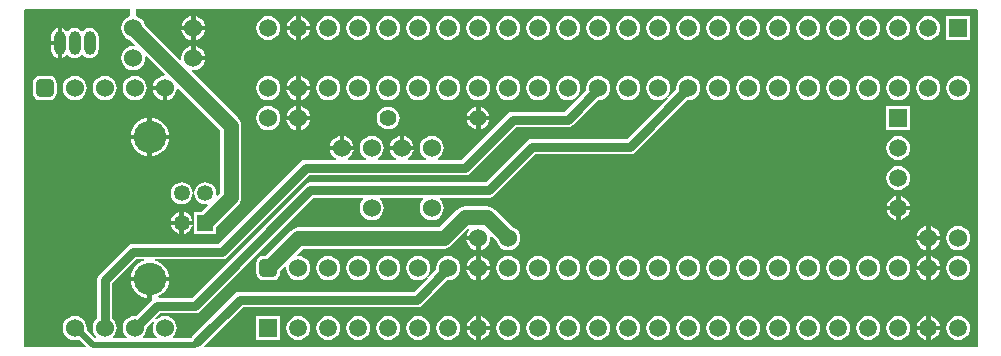
<source format=gbl>
G04*
G04 #@! TF.GenerationSoftware,Altium Limited,Altium Designer,20.0.10 (225)*
G04*
G04 Layer_Physical_Order=2*
G04 Layer_Color=16711680*
%FSLAX25Y25*%
%MOIN*%
G70*
G01*
G75*
%ADD25C,0.03000*%
%ADD26C,0.05000*%
%ADD28C,0.06000*%
G04:AMPARAMS|DCode=29|XSize=60mil|YSize=60mil|CornerRadius=15mil|HoleSize=0mil|Usage=FLASHONLY|Rotation=0.000|XOffset=0mil|YOffset=0mil|HoleType=Round|Shape=RoundedRectangle|*
%AMROUNDEDRECTD29*
21,1,0.06000,0.03000,0,0,0.0*
21,1,0.03000,0.06000,0,0,0.0*
1,1,0.03000,0.01500,-0.01500*
1,1,0.03000,-0.01500,-0.01500*
1,1,0.03000,-0.01500,0.01500*
1,1,0.03000,0.01500,0.01500*
%
%ADD29ROUNDEDRECTD29*%
%ADD30O,0.03937X0.07874*%
%ADD31O,0.03937X0.07874*%
%ADD32C,0.10827*%
%ADD33C,0.05315*%
%ADD34R,0.05315X0.05315*%
%ADD35C,0.05906*%
%ADD36R,0.05906X0.05906*%
%ADD37R,0.05906X0.05906*%
%ADD38C,0.05512*%
%ADD39C,0.02000*%
G36*
X1999Y113977D02*
X2000Y113977D01*
X2000Y113977D01*
X36500D01*
Y111403D01*
X36456Y111397D01*
X35483Y110994D01*
X34647Y110353D01*
X34006Y109517D01*
X33603Y108544D01*
X33465Y107500D01*
X33603Y106456D01*
X34006Y105483D01*
X34647Y104647D01*
X35483Y104006D01*
X36368Y103639D01*
X38040Y101968D01*
X37806Y101494D01*
X37500Y101534D01*
X36456Y101397D01*
X35483Y100994D01*
X34647Y100353D01*
X34006Y99517D01*
X33603Y98544D01*
X33465Y97500D01*
X33603Y96456D01*
X34006Y95483D01*
X34647Y94647D01*
X35483Y94006D01*
X36456Y93603D01*
X37500Y93466D01*
X38544Y93603D01*
X39517Y94006D01*
X40353Y94647D01*
X40994Y95483D01*
X41397Y96456D01*
X41535Y97500D01*
X41494Y97806D01*
X41968Y98040D01*
X47993Y92015D01*
X47793Y91507D01*
X46956Y91397D01*
X45983Y90994D01*
X45147Y90353D01*
X44506Y89517D01*
X44103Y88544D01*
X44064Y88250D01*
X48000D01*
Y87500D01*
X48750D01*
Y83564D01*
X49044Y83603D01*
X50017Y84006D01*
X50853Y84647D01*
X51494Y85483D01*
X51897Y86456D01*
X52007Y87293D01*
X52515Y87493D01*
X66470Y73538D01*
Y52506D01*
X65614Y51649D01*
X65140Y51883D01*
X65209Y52406D01*
X65083Y53360D01*
X64714Y54250D01*
X64128Y55014D01*
X63364Y55600D01*
X62475Y55969D01*
X61520Y56095D01*
X60565Y55969D01*
X59675Y55600D01*
X58911Y55014D01*
X58325Y54250D01*
X57956Y53360D01*
X57831Y52406D01*
X57956Y51451D01*
X58325Y50561D01*
X58911Y49797D01*
X59675Y49211D01*
X60565Y48842D01*
X61520Y48717D01*
X62042Y48785D01*
X62276Y48312D01*
X60185Y46220D01*
X57862D01*
Y38906D01*
X65177D01*
Y41228D01*
X72496Y48547D01*
X73057Y49278D01*
X73410Y50130D01*
X73530Y51043D01*
Y75000D01*
X73410Y75914D01*
X73057Y76765D01*
X72496Y77496D01*
X56960Y93032D01*
X57194Y93506D01*
X57500Y93466D01*
X58544Y93603D01*
X59517Y94006D01*
X60353Y94647D01*
X60994Y95483D01*
X61397Y96456D01*
X61436Y96750D01*
X57500D01*
Y97500D01*
X56750D01*
Y101436D01*
X56456Y101397D01*
X55483Y100994D01*
X54647Y100353D01*
X54006Y99517D01*
X53603Y98544D01*
X53465Y97500D01*
X53506Y97194D01*
X53032Y96960D01*
X41361Y108632D01*
X40994Y109517D01*
X40353Y110353D01*
X39517Y110994D01*
X38544Y111397D01*
X38500Y111403D01*
Y113977D01*
X318607Y113977D01*
X318636Y113957D01*
X318838Y113758D01*
X318986Y113527D01*
X318981Y113500D01*
X318980Y1020D01*
X61278D01*
X61086Y1481D01*
X74056Y14451D01*
X132000D01*
X132975Y14645D01*
X133802Y15198D01*
X142120Y23516D01*
X142500Y23465D01*
X143544Y23603D01*
X144517Y24006D01*
X145353Y24647D01*
X145994Y25483D01*
X146397Y26456D01*
X146535Y27500D01*
X146397Y28544D01*
X145994Y29517D01*
X145353Y30353D01*
X144517Y30994D01*
X143544Y31397D01*
X142500Y31534D01*
X141456Y31397D01*
X140483Y30994D01*
X139647Y30353D01*
X139006Y29517D01*
X138603Y28544D01*
X138465Y27500D01*
X138515Y27120D01*
X135788Y24392D01*
X135411Y24723D01*
X135587Y24952D01*
X135994Y25483D01*
X136397Y26456D01*
X136535Y27500D01*
X136397Y28544D01*
X135994Y29517D01*
X135353Y30353D01*
X134517Y30994D01*
X133544Y31397D01*
X132500Y31534D01*
X131456Y31397D01*
X130483Y30994D01*
X129647Y30353D01*
X129006Y29517D01*
X128603Y28544D01*
X128465Y27500D01*
X128603Y26456D01*
X129006Y25483D01*
X129647Y24647D01*
X130483Y24006D01*
X131456Y23603D01*
X132500Y23465D01*
X133544Y23603D01*
X134517Y24006D01*
X135048Y24414D01*
X135277Y24589D01*
X135608Y24212D01*
X130944Y19549D01*
X73000D01*
X72025Y19355D01*
X71198Y18802D01*
X56948Y4552D01*
X56605Y4039D01*
X50838D01*
X50678Y4513D01*
X50853Y4647D01*
X51494Y5483D01*
X51897Y6456D01*
X52034Y7500D01*
X51897Y8544D01*
X51494Y9517D01*
X50853Y10353D01*
X50017Y10994D01*
X49044Y11397D01*
X48000Y11535D01*
X46956Y11397D01*
X45983Y10994D01*
X45223Y10411D01*
X44892Y10788D01*
X46556Y12451D01*
X58000D01*
X58975Y12645D01*
X59802Y13198D01*
X97556Y50951D01*
X114149D01*
X114310Y50478D01*
X114147Y50353D01*
X113506Y49517D01*
X113103Y48544D01*
X112966Y47500D01*
X113103Y46456D01*
X113506Y45483D01*
X114147Y44647D01*
X114983Y44006D01*
X115956Y43603D01*
X117000Y43466D01*
X118044Y43603D01*
X119017Y44006D01*
X119853Y44647D01*
X120494Y45483D01*
X120897Y46456D01*
X121035Y47500D01*
X120897Y48544D01*
X120494Y49517D01*
X119853Y50353D01*
X119690Y50478D01*
X119851Y50951D01*
X134149D01*
X134310Y50478D01*
X134147Y50353D01*
X133506Y49517D01*
X133103Y48544D01*
X132966Y47500D01*
X133103Y46456D01*
X133506Y45483D01*
X134147Y44647D01*
X134983Y44006D01*
X135956Y43603D01*
X137000Y43466D01*
X138044Y43603D01*
X139017Y44006D01*
X139853Y44647D01*
X140494Y45483D01*
X140897Y46456D01*
X141034Y47500D01*
X140897Y48544D01*
X140494Y49517D01*
X139853Y50353D01*
X139690Y50478D01*
X139851Y50951D01*
X156000D01*
X156975Y51145D01*
X157802Y51698D01*
X171556Y65451D01*
X203000D01*
X203975Y65645D01*
X204802Y66198D01*
X222120Y83516D01*
X222500Y83465D01*
X223544Y83603D01*
X224517Y84006D01*
X225353Y84647D01*
X225994Y85483D01*
X226397Y86456D01*
X226535Y87500D01*
X226397Y88544D01*
X225994Y89517D01*
X225353Y90353D01*
X224517Y90994D01*
X223544Y91397D01*
X222500Y91535D01*
X221456Y91397D01*
X220483Y90994D01*
X219647Y90353D01*
X219006Y89517D01*
X218603Y88544D01*
X218465Y87500D01*
X218515Y87120D01*
X215788Y84392D01*
X215411Y84723D01*
X215586Y84952D01*
X215994Y85483D01*
X216397Y86456D01*
X216534Y87500D01*
X216397Y88544D01*
X215994Y89517D01*
X215353Y90353D01*
X214517Y90994D01*
X213544Y91397D01*
X212500Y91535D01*
X211456Y91397D01*
X210483Y90994D01*
X209647Y90353D01*
X209006Y89517D01*
X208603Y88544D01*
X208466Y87500D01*
X208603Y86456D01*
X209006Y85483D01*
X209647Y84647D01*
X210483Y84006D01*
X211456Y83603D01*
X212500Y83465D01*
X213544Y83603D01*
X214517Y84006D01*
X215048Y84413D01*
X215277Y84589D01*
X215608Y84212D01*
X201944Y70549D01*
X170500D01*
X169525Y70355D01*
X168698Y69802D01*
X154944Y56049D01*
X96500D01*
X95525Y55855D01*
X94698Y55302D01*
X56944Y17549D01*
X45978D01*
X45853Y18049D01*
X46557Y18425D01*
X47533Y19227D01*
X48335Y20203D01*
X48930Y21317D01*
X49297Y22526D01*
X49347Y23033D01*
X43726D01*
Y17362D01*
X43882Y16926D01*
X43698Y16802D01*
X38380Y11485D01*
X38000Y11535D01*
X36956Y11397D01*
X35983Y10994D01*
X35147Y10353D01*
X34506Y9517D01*
X34103Y8544D01*
X33966Y7500D01*
X34103Y6456D01*
X34506Y5483D01*
X35147Y4647D01*
X35322Y4513D01*
X35162Y4039D01*
X30838D01*
X30678Y4513D01*
X30853Y4647D01*
X31494Y5483D01*
X31897Y6456D01*
X32035Y7500D01*
X31897Y8544D01*
X31494Y9517D01*
X30853Y10353D01*
X30549Y10586D01*
Y22444D01*
X38556Y30451D01*
X41140D01*
X41215Y29951D01*
X40510Y29737D01*
X39396Y29142D01*
X38419Y28340D01*
X37618Y27364D01*
X37023Y26250D01*
X36656Y25041D01*
X36606Y24533D01*
X42976D01*
X49347D01*
X49297Y25041D01*
X48930Y26250D01*
X48335Y27364D01*
X47533Y28340D01*
X46557Y29142D01*
X45443Y29737D01*
X44738Y29951D01*
X44812Y30451D01*
X67000D01*
X67975Y30645D01*
X68802Y31198D01*
X96056Y58451D01*
X148000D01*
X148976Y58645D01*
X149802Y59198D01*
X165056Y74451D01*
X182243D01*
X183218Y74645D01*
X184045Y75198D01*
X192335Y83487D01*
X192500Y83465D01*
X193544Y83603D01*
X194517Y84006D01*
X195353Y84647D01*
X195994Y85483D01*
X196397Y86456D01*
X196535Y87500D01*
X196397Y88544D01*
X195994Y89517D01*
X195353Y90353D01*
X194517Y90994D01*
X193544Y91397D01*
X192500Y91535D01*
X191456Y91397D01*
X190483Y90994D01*
X189647Y90353D01*
X189006Y89517D01*
X188603Y88544D01*
X188465Y87500D01*
X188544Y86906D01*
X181187Y79549D01*
X164000D01*
X163024Y79355D01*
X162198Y78802D01*
X146944Y63549D01*
X139214D01*
X139082Y63855D01*
X139073Y64049D01*
X139853Y64647D01*
X140494Y65483D01*
X140897Y66456D01*
X141034Y67500D01*
X140897Y68544D01*
X140494Y69517D01*
X139853Y70353D01*
X139017Y70994D01*
X138044Y71397D01*
X137000Y71535D01*
X135956Y71397D01*
X134983Y70994D01*
X134147Y70353D01*
X133506Y69517D01*
X133103Y68544D01*
X132966Y67500D01*
X133103Y66456D01*
X133506Y65483D01*
X134147Y64647D01*
X134927Y64049D01*
X134918Y63855D01*
X134786Y63549D01*
X129214D01*
X129082Y63855D01*
X129073Y64049D01*
X129853Y64647D01*
X130494Y65483D01*
X130897Y66456D01*
X130936Y66750D01*
X127000D01*
X123064D01*
X123103Y66456D01*
X123506Y65483D01*
X124147Y64647D01*
X124927Y64049D01*
X124918Y63855D01*
X124786Y63549D01*
X119213D01*
X119082Y63855D01*
X119073Y64049D01*
X119853Y64647D01*
X120494Y65483D01*
X120897Y66456D01*
X121035Y67500D01*
X120897Y68544D01*
X120494Y69517D01*
X119853Y70353D01*
X119017Y70994D01*
X118044Y71397D01*
X117000Y71535D01*
X115956Y71397D01*
X114983Y70994D01*
X114147Y70353D01*
X113506Y69517D01*
X113103Y68544D01*
X112966Y67500D01*
X113103Y66456D01*
X113506Y65483D01*
X114147Y64647D01*
X114927Y64049D01*
X114918Y63855D01*
X114787Y63549D01*
X109213D01*
X109082Y63855D01*
X109073Y64049D01*
X109853Y64647D01*
X110494Y65483D01*
X110897Y66456D01*
X110936Y66750D01*
X107000D01*
X103064D01*
X103103Y66456D01*
X103506Y65483D01*
X104147Y64647D01*
X104927Y64049D01*
X104918Y63855D01*
X104787Y63549D01*
X95000D01*
X94024Y63355D01*
X93198Y62802D01*
X65944Y35549D01*
X37500D01*
X36525Y35355D01*
X35698Y34802D01*
X26198Y25302D01*
X25645Y24475D01*
X25451Y23500D01*
Y10586D01*
X25147Y10353D01*
X24506Y9517D01*
X24103Y8544D01*
X23966Y7500D01*
X24103Y6456D01*
X24506Y5483D01*
X25061Y4759D01*
X24970Y4371D01*
X24877Y4225D01*
X24689Y4195D01*
X21959Y6925D01*
X22035Y7500D01*
X21897Y8544D01*
X21494Y9517D01*
X20853Y10353D01*
X20017Y10994D01*
X19044Y11397D01*
X18000Y11535D01*
X16956Y11397D01*
X15983Y10994D01*
X15147Y10353D01*
X14506Y9517D01*
X14103Y8544D01*
X13965Y7500D01*
X14103Y6456D01*
X14506Y5483D01*
X15147Y4647D01*
X15983Y4006D01*
X16956Y3603D01*
X18000Y3466D01*
X19044Y3603D01*
X19376Y3740D01*
X21635Y1481D01*
X21443Y1020D01*
X1020D01*
X1020Y112999D01*
X1020Y113194D01*
X1169Y113554D01*
X1445Y113829D01*
X1805Y113977D01*
X1999Y113977D01*
D02*
G37*
G36*
X44292Y9518D02*
X44415Y9298D01*
X44103Y8544D01*
X43966Y7500D01*
X44103Y6456D01*
X44506Y5483D01*
X45147Y4647D01*
X45322Y4513D01*
X45162Y4039D01*
X40838D01*
X40677Y4513D01*
X40853Y4647D01*
X41494Y5483D01*
X41897Y6456D01*
X42035Y7500D01*
X41985Y7880D01*
X43708Y9603D01*
X44292Y9518D01*
D02*
G37*
%LPC*%
G36*
X93250Y111388D02*
Y108250D01*
X96388D01*
X96351Y108532D01*
X95953Y109493D01*
X95319Y110319D01*
X94493Y110953D01*
X93532Y111351D01*
X93250Y111388D01*
D02*
G37*
G36*
X58250Y111436D02*
Y108250D01*
X61436D01*
X61397Y108544D01*
X60994Y109517D01*
X60353Y110353D01*
X59517Y110994D01*
X58544Y111397D01*
X58250Y111436D01*
D02*
G37*
G36*
X56750D02*
X56456Y111397D01*
X55483Y110994D01*
X54647Y110353D01*
X54006Y109517D01*
X53603Y108544D01*
X53564Y108250D01*
X56750D01*
Y111436D01*
D02*
G37*
G36*
X91750Y111388D02*
X91468Y111351D01*
X90507Y110953D01*
X89681Y110319D01*
X89047Y109493D01*
X88649Y108532D01*
X88612Y108250D01*
X91750D01*
Y111388D01*
D02*
G37*
G36*
X23000Y107463D02*
X22225Y107361D01*
X21503Y107062D01*
X20883Y106586D01*
X20750Y106413D01*
X20250D01*
X20117Y106586D01*
X19497Y107062D01*
X18775Y107361D01*
X18000Y107463D01*
X17225Y107361D01*
X16503Y107062D01*
X15883Y106586D01*
X15750Y106413D01*
X15250D01*
X15117Y106586D01*
X14497Y107062D01*
X13775Y107361D01*
X13750Y107364D01*
Y102500D01*
Y97636D01*
X13775Y97639D01*
X14497Y97939D01*
X15117Y98414D01*
X15250Y98587D01*
X15750D01*
X15883Y98414D01*
X16503Y97939D01*
X17225Y97639D01*
X18000Y97537D01*
X18775Y97639D01*
X19497Y97939D01*
X20117Y98414D01*
X20250Y98588D01*
X20750D01*
X20883Y98414D01*
X21503Y97939D01*
X22225Y97639D01*
X23000Y97537D01*
X23775Y97639D01*
X24497Y97939D01*
X25117Y98414D01*
X25593Y99035D01*
X25892Y99757D01*
X25994Y100531D01*
Y104469D01*
X25892Y105244D01*
X25593Y105966D01*
X25117Y106586D01*
X24497Y107062D01*
X23775Y107361D01*
X23000Y107463D01*
D02*
G37*
G36*
X96388Y106750D02*
X93250D01*
Y103612D01*
X93532Y103649D01*
X94493Y104047D01*
X95319Y104681D01*
X95953Y105507D01*
X96351Y106468D01*
X96388Y106750D01*
D02*
G37*
G36*
X91750D02*
X88612D01*
X88649Y106468D01*
X89047Y105507D01*
X89681Y104681D01*
X90507Y104047D01*
X91468Y103649D01*
X91750Y103612D01*
Y106750D01*
D02*
G37*
G36*
X61436D02*
X58250D01*
Y103564D01*
X58544Y103603D01*
X59517Y104006D01*
X60353Y104647D01*
X60994Y105483D01*
X61397Y106456D01*
X61436Y106750D01*
D02*
G37*
G36*
X56750D02*
X53564D01*
X53603Y106456D01*
X54006Y105483D01*
X54647Y104647D01*
X55483Y104006D01*
X56456Y103603D01*
X56750Y103564D01*
Y106750D01*
D02*
G37*
G36*
X316453Y111453D02*
X308547D01*
Y103547D01*
X316453D01*
Y111453D01*
D02*
G37*
G36*
X302500Y111487D02*
X301468Y111351D01*
X300507Y110953D01*
X299681Y110319D01*
X299047Y109493D01*
X298649Y108532D01*
X298513Y107500D01*
X298649Y106468D01*
X299047Y105507D01*
X299681Y104681D01*
X300507Y104047D01*
X301468Y103649D01*
X302500Y103513D01*
X303532Y103649D01*
X304493Y104047D01*
X305319Y104681D01*
X305953Y105507D01*
X306351Y106468D01*
X306487Y107500D01*
X306351Y108532D01*
X305953Y109493D01*
X305319Y110319D01*
X304493Y110953D01*
X303532Y111351D01*
X302500Y111487D01*
D02*
G37*
G36*
X292500D02*
X291468Y111351D01*
X290507Y110953D01*
X289681Y110319D01*
X289047Y109493D01*
X288649Y108532D01*
X288513Y107500D01*
X288649Y106468D01*
X289047Y105507D01*
X289681Y104681D01*
X290507Y104047D01*
X291468Y103649D01*
X292500Y103513D01*
X293532Y103649D01*
X294493Y104047D01*
X295319Y104681D01*
X295953Y105507D01*
X296351Y106468D01*
X296487Y107500D01*
X296351Y108532D01*
X295953Y109493D01*
X295319Y110319D01*
X294493Y110953D01*
X293532Y111351D01*
X292500Y111487D01*
D02*
G37*
G36*
X282500D02*
X281468Y111351D01*
X280507Y110953D01*
X279681Y110319D01*
X279047Y109493D01*
X278649Y108532D01*
X278513Y107500D01*
X278649Y106468D01*
X279047Y105507D01*
X279681Y104681D01*
X280507Y104047D01*
X281468Y103649D01*
X282500Y103513D01*
X283532Y103649D01*
X284493Y104047D01*
X285319Y104681D01*
X285953Y105507D01*
X286351Y106468D01*
X286487Y107500D01*
X286351Y108532D01*
X285953Y109493D01*
X285319Y110319D01*
X284493Y110953D01*
X283532Y111351D01*
X282500Y111487D01*
D02*
G37*
G36*
X272500D02*
X271468Y111351D01*
X270507Y110953D01*
X269681Y110319D01*
X269047Y109493D01*
X268649Y108532D01*
X268513Y107500D01*
X268649Y106468D01*
X269047Y105507D01*
X269681Y104681D01*
X270507Y104047D01*
X271468Y103649D01*
X272500Y103513D01*
X273532Y103649D01*
X274493Y104047D01*
X275319Y104681D01*
X275953Y105507D01*
X276351Y106468D01*
X276487Y107500D01*
X276351Y108532D01*
X275953Y109493D01*
X275319Y110319D01*
X274493Y110953D01*
X273532Y111351D01*
X272500Y111487D01*
D02*
G37*
G36*
X262500D02*
X261468Y111351D01*
X260507Y110953D01*
X259681Y110319D01*
X259047Y109493D01*
X258649Y108532D01*
X258513Y107500D01*
X258649Y106468D01*
X259047Y105507D01*
X259681Y104681D01*
X260507Y104047D01*
X261468Y103649D01*
X262500Y103513D01*
X263532Y103649D01*
X264493Y104047D01*
X265319Y104681D01*
X265953Y105507D01*
X266351Y106468D01*
X266487Y107500D01*
X266351Y108532D01*
X265953Y109493D01*
X265319Y110319D01*
X264493Y110953D01*
X263532Y111351D01*
X262500Y111487D01*
D02*
G37*
G36*
X252500D02*
X251468Y111351D01*
X250507Y110953D01*
X249681Y110319D01*
X249047Y109493D01*
X248649Y108532D01*
X248513Y107500D01*
X248649Y106468D01*
X249047Y105507D01*
X249681Y104681D01*
X250507Y104047D01*
X251468Y103649D01*
X252500Y103513D01*
X253532Y103649D01*
X254493Y104047D01*
X255319Y104681D01*
X255953Y105507D01*
X256351Y106468D01*
X256487Y107500D01*
X256351Y108532D01*
X255953Y109493D01*
X255319Y110319D01*
X254493Y110953D01*
X253532Y111351D01*
X252500Y111487D01*
D02*
G37*
G36*
X242500D02*
X241468Y111351D01*
X240507Y110953D01*
X239681Y110319D01*
X239047Y109493D01*
X238649Y108532D01*
X238513Y107500D01*
X238649Y106468D01*
X239047Y105507D01*
X239681Y104681D01*
X240507Y104047D01*
X241468Y103649D01*
X242500Y103513D01*
X243532Y103649D01*
X244493Y104047D01*
X245319Y104681D01*
X245953Y105507D01*
X246351Y106468D01*
X246487Y107500D01*
X246351Y108532D01*
X245953Y109493D01*
X245319Y110319D01*
X244493Y110953D01*
X243532Y111351D01*
X242500Y111487D01*
D02*
G37*
G36*
X232500D02*
X231468Y111351D01*
X230507Y110953D01*
X229681Y110319D01*
X229047Y109493D01*
X228649Y108532D01*
X228513Y107500D01*
X228649Y106468D01*
X229047Y105507D01*
X229681Y104681D01*
X230507Y104047D01*
X231468Y103649D01*
X232500Y103513D01*
X233532Y103649D01*
X234493Y104047D01*
X235319Y104681D01*
X235953Y105507D01*
X236351Y106468D01*
X236487Y107500D01*
X236351Y108532D01*
X235953Y109493D01*
X235319Y110319D01*
X234493Y110953D01*
X233532Y111351D01*
X232500Y111487D01*
D02*
G37*
G36*
X222500D02*
X221468Y111351D01*
X220507Y110953D01*
X219681Y110319D01*
X219047Y109493D01*
X218649Y108532D01*
X218513Y107500D01*
X218649Y106468D01*
X219047Y105507D01*
X219681Y104681D01*
X220507Y104047D01*
X221468Y103649D01*
X222500Y103513D01*
X223532Y103649D01*
X224493Y104047D01*
X225319Y104681D01*
X225953Y105507D01*
X226351Y106468D01*
X226487Y107500D01*
X226351Y108532D01*
X225953Y109493D01*
X225319Y110319D01*
X224493Y110953D01*
X223532Y111351D01*
X222500Y111487D01*
D02*
G37*
G36*
X212500D02*
X211468Y111351D01*
X210507Y110953D01*
X209681Y110319D01*
X209047Y109493D01*
X208649Y108532D01*
X208513Y107500D01*
X208649Y106468D01*
X209047Y105507D01*
X209681Y104681D01*
X210507Y104047D01*
X211468Y103649D01*
X212500Y103513D01*
X213532Y103649D01*
X214493Y104047D01*
X215319Y104681D01*
X215953Y105507D01*
X216351Y106468D01*
X216487Y107500D01*
X216351Y108532D01*
X215953Y109493D01*
X215319Y110319D01*
X214493Y110953D01*
X213532Y111351D01*
X212500Y111487D01*
D02*
G37*
G36*
X202500D02*
X201468Y111351D01*
X200507Y110953D01*
X199681Y110319D01*
X199047Y109493D01*
X198649Y108532D01*
X198513Y107500D01*
X198649Y106468D01*
X199047Y105507D01*
X199681Y104681D01*
X200507Y104047D01*
X201468Y103649D01*
X202500Y103513D01*
X203532Y103649D01*
X204493Y104047D01*
X205319Y104681D01*
X205953Y105507D01*
X206351Y106468D01*
X206487Y107500D01*
X206351Y108532D01*
X205953Y109493D01*
X205319Y110319D01*
X204493Y110953D01*
X203532Y111351D01*
X202500Y111487D01*
D02*
G37*
G36*
X192500D02*
X191468Y111351D01*
X190507Y110953D01*
X189681Y110319D01*
X189047Y109493D01*
X188649Y108532D01*
X188513Y107500D01*
X188649Y106468D01*
X189047Y105507D01*
X189681Y104681D01*
X190507Y104047D01*
X191468Y103649D01*
X192500Y103513D01*
X193532Y103649D01*
X194493Y104047D01*
X195319Y104681D01*
X195953Y105507D01*
X196351Y106468D01*
X196487Y107500D01*
X196351Y108532D01*
X195953Y109493D01*
X195319Y110319D01*
X194493Y110953D01*
X193532Y111351D01*
X192500Y111487D01*
D02*
G37*
G36*
X182500D02*
X181468Y111351D01*
X180507Y110953D01*
X179681Y110319D01*
X179047Y109493D01*
X178649Y108532D01*
X178513Y107500D01*
X178649Y106468D01*
X179047Y105507D01*
X179681Y104681D01*
X180507Y104047D01*
X181468Y103649D01*
X182500Y103513D01*
X183532Y103649D01*
X184493Y104047D01*
X185319Y104681D01*
X185953Y105507D01*
X186351Y106468D01*
X186487Y107500D01*
X186351Y108532D01*
X185953Y109493D01*
X185319Y110319D01*
X184493Y110953D01*
X183532Y111351D01*
X182500Y111487D01*
D02*
G37*
G36*
X172500D02*
X171468Y111351D01*
X170507Y110953D01*
X169681Y110319D01*
X169047Y109493D01*
X168649Y108532D01*
X168513Y107500D01*
X168649Y106468D01*
X169047Y105507D01*
X169681Y104681D01*
X170507Y104047D01*
X171468Y103649D01*
X172500Y103513D01*
X173532Y103649D01*
X174493Y104047D01*
X175319Y104681D01*
X175953Y105507D01*
X176351Y106468D01*
X176487Y107500D01*
X176351Y108532D01*
X175953Y109493D01*
X175319Y110319D01*
X174493Y110953D01*
X173532Y111351D01*
X172500Y111487D01*
D02*
G37*
G36*
X162500D02*
X161468Y111351D01*
X160507Y110953D01*
X159681Y110319D01*
X159047Y109493D01*
X158649Y108532D01*
X158513Y107500D01*
X158649Y106468D01*
X159047Y105507D01*
X159681Y104681D01*
X160507Y104047D01*
X161468Y103649D01*
X162500Y103513D01*
X163532Y103649D01*
X164493Y104047D01*
X165319Y104681D01*
X165953Y105507D01*
X166351Y106468D01*
X166487Y107500D01*
X166351Y108532D01*
X165953Y109493D01*
X165319Y110319D01*
X164493Y110953D01*
X163532Y111351D01*
X162500Y111487D01*
D02*
G37*
G36*
X152500D02*
X151468Y111351D01*
X150507Y110953D01*
X149681Y110319D01*
X149047Y109493D01*
X148649Y108532D01*
X148513Y107500D01*
X148649Y106468D01*
X149047Y105507D01*
X149681Y104681D01*
X150507Y104047D01*
X151468Y103649D01*
X152500Y103513D01*
X153532Y103649D01*
X154493Y104047D01*
X155319Y104681D01*
X155953Y105507D01*
X156351Y106468D01*
X156487Y107500D01*
X156351Y108532D01*
X155953Y109493D01*
X155319Y110319D01*
X154493Y110953D01*
X153532Y111351D01*
X152500Y111487D01*
D02*
G37*
G36*
X142500D02*
X141468Y111351D01*
X140507Y110953D01*
X139681Y110319D01*
X139047Y109493D01*
X138649Y108532D01*
X138513Y107500D01*
X138649Y106468D01*
X139047Y105507D01*
X139681Y104681D01*
X140507Y104047D01*
X141468Y103649D01*
X142500Y103513D01*
X143532Y103649D01*
X144493Y104047D01*
X145319Y104681D01*
X145953Y105507D01*
X146351Y106468D01*
X146487Y107500D01*
X146351Y108532D01*
X145953Y109493D01*
X145319Y110319D01*
X144493Y110953D01*
X143532Y111351D01*
X142500Y111487D01*
D02*
G37*
G36*
X132500D02*
X131468Y111351D01*
X130507Y110953D01*
X129681Y110319D01*
X129047Y109493D01*
X128649Y108532D01*
X128513Y107500D01*
X128649Y106468D01*
X129047Y105507D01*
X129681Y104681D01*
X130507Y104047D01*
X131468Y103649D01*
X132500Y103513D01*
X133532Y103649D01*
X134493Y104047D01*
X135319Y104681D01*
X135953Y105507D01*
X136351Y106468D01*
X136487Y107500D01*
X136351Y108532D01*
X135953Y109493D01*
X135319Y110319D01*
X134493Y110953D01*
X133532Y111351D01*
X132500Y111487D01*
D02*
G37*
G36*
X122500D02*
X121468Y111351D01*
X120507Y110953D01*
X119681Y110319D01*
X119047Y109493D01*
X118649Y108532D01*
X118513Y107500D01*
X118649Y106468D01*
X119047Y105507D01*
X119681Y104681D01*
X120507Y104047D01*
X121468Y103649D01*
X122500Y103513D01*
X123532Y103649D01*
X124493Y104047D01*
X125319Y104681D01*
X125953Y105507D01*
X126351Y106468D01*
X126487Y107500D01*
X126351Y108532D01*
X125953Y109493D01*
X125319Y110319D01*
X124493Y110953D01*
X123532Y111351D01*
X122500Y111487D01*
D02*
G37*
G36*
X112500D02*
X111468Y111351D01*
X110507Y110953D01*
X109681Y110319D01*
X109047Y109493D01*
X108649Y108532D01*
X108513Y107500D01*
X108649Y106468D01*
X109047Y105507D01*
X109681Y104681D01*
X110507Y104047D01*
X111468Y103649D01*
X112500Y103513D01*
X113532Y103649D01*
X114493Y104047D01*
X115319Y104681D01*
X115953Y105507D01*
X116351Y106468D01*
X116487Y107500D01*
X116351Y108532D01*
X115953Y109493D01*
X115319Y110319D01*
X114493Y110953D01*
X113532Y111351D01*
X112500Y111487D01*
D02*
G37*
G36*
X102500D02*
X101468Y111351D01*
X100507Y110953D01*
X99681Y110319D01*
X99047Y109493D01*
X98649Y108532D01*
X98513Y107500D01*
X98649Y106468D01*
X99047Y105507D01*
X99681Y104681D01*
X100507Y104047D01*
X101468Y103649D01*
X102500Y103513D01*
X103532Y103649D01*
X104493Y104047D01*
X105319Y104681D01*
X105953Y105507D01*
X106351Y106468D01*
X106487Y107500D01*
X106351Y108532D01*
X105953Y109493D01*
X105319Y110319D01*
X104493Y110953D01*
X103532Y111351D01*
X102500Y111487D01*
D02*
G37*
G36*
X82500D02*
X81468Y111351D01*
X80507Y110953D01*
X79681Y110319D01*
X79047Y109493D01*
X78649Y108532D01*
X78513Y107500D01*
X78649Y106468D01*
X79047Y105507D01*
X79681Y104681D01*
X80507Y104047D01*
X81468Y103649D01*
X82500Y103513D01*
X83532Y103649D01*
X84493Y104047D01*
X85319Y104681D01*
X85953Y105507D01*
X86351Y106468D01*
X86487Y107500D01*
X86351Y108532D01*
X85953Y109493D01*
X85319Y110319D01*
X84493Y110953D01*
X83532Y111351D01*
X82500Y111487D01*
D02*
G37*
G36*
X12250Y107364D02*
X12225Y107361D01*
X11503Y107062D01*
X10883Y106586D01*
X10407Y105966D01*
X10108Y105243D01*
X10006Y104469D01*
Y103250D01*
X12250D01*
Y107364D01*
D02*
G37*
G36*
X58250Y101436D02*
Y98250D01*
X61436D01*
X61397Y98544D01*
X60994Y99517D01*
X60353Y100353D01*
X59517Y100994D01*
X58544Y101397D01*
X58250Y101436D01*
D02*
G37*
G36*
X12250Y101750D02*
X10006D01*
Y100531D01*
X10108Y99756D01*
X10407Y99034D01*
X10883Y98414D01*
X11503Y97939D01*
X12225Y97639D01*
X12250Y97636D01*
Y101750D01*
D02*
G37*
G36*
X93250Y91436D02*
Y88250D01*
X96436D01*
X96397Y88544D01*
X95994Y89517D01*
X95353Y90353D01*
X94517Y90994D01*
X93544Y91397D01*
X93250Y91436D01*
D02*
G37*
G36*
X91750D02*
X91456Y91397D01*
X90483Y90994D01*
X89647Y90353D01*
X89006Y89517D01*
X88603Y88544D01*
X88564Y88250D01*
X91750D01*
Y91436D01*
D02*
G37*
G36*
X96436Y86750D02*
X93250D01*
Y83564D01*
X93544Y83603D01*
X94517Y84006D01*
X95353Y84647D01*
X95994Y85483D01*
X96397Y86456D01*
X96436Y86750D01*
D02*
G37*
G36*
X47250D02*
X44064D01*
X44103Y86456D01*
X44506Y85483D01*
X45147Y84647D01*
X45983Y84006D01*
X46956Y83603D01*
X47250Y83564D01*
Y86750D01*
D02*
G37*
G36*
X91750D02*
X88564D01*
X88603Y86456D01*
X89006Y85483D01*
X89647Y84647D01*
X90483Y84006D01*
X91456Y83603D01*
X91750Y83564D01*
Y86750D01*
D02*
G37*
G36*
X312500Y91535D02*
X311456Y91397D01*
X310483Y90994D01*
X309647Y90353D01*
X309006Y89517D01*
X308603Y88544D01*
X308466Y87500D01*
X308603Y86456D01*
X309006Y85483D01*
X309647Y84647D01*
X310483Y84006D01*
X311456Y83603D01*
X312500Y83465D01*
X313544Y83603D01*
X314517Y84006D01*
X315353Y84647D01*
X315994Y85483D01*
X316397Y86456D01*
X316534Y87500D01*
X316397Y88544D01*
X315994Y89517D01*
X315353Y90353D01*
X314517Y90994D01*
X313544Y91397D01*
X312500Y91535D01*
D02*
G37*
G36*
X302500D02*
X301456Y91397D01*
X300483Y90994D01*
X299647Y90353D01*
X299006Y89517D01*
X298603Y88544D01*
X298465Y87500D01*
X298603Y86456D01*
X299006Y85483D01*
X299647Y84647D01*
X300483Y84006D01*
X301456Y83603D01*
X302500Y83465D01*
X303544Y83603D01*
X304517Y84006D01*
X305353Y84647D01*
X305994Y85483D01*
X306397Y86456D01*
X306535Y87500D01*
X306397Y88544D01*
X305994Y89517D01*
X305353Y90353D01*
X304517Y90994D01*
X303544Y91397D01*
X302500Y91535D01*
D02*
G37*
G36*
X292500D02*
X291456Y91397D01*
X290483Y90994D01*
X289647Y90353D01*
X289006Y89517D01*
X288603Y88544D01*
X288465Y87500D01*
X288603Y86456D01*
X289006Y85483D01*
X289647Y84647D01*
X290483Y84006D01*
X291456Y83603D01*
X292500Y83465D01*
X293544Y83603D01*
X294517Y84006D01*
X295353Y84647D01*
X295994Y85483D01*
X296397Y86456D01*
X296534Y87500D01*
X296397Y88544D01*
X295994Y89517D01*
X295353Y90353D01*
X294517Y90994D01*
X293544Y91397D01*
X292500Y91535D01*
D02*
G37*
G36*
X282500D02*
X281456Y91397D01*
X280483Y90994D01*
X279647Y90353D01*
X279006Y89517D01*
X278603Y88544D01*
X278466Y87500D01*
X278603Y86456D01*
X279006Y85483D01*
X279647Y84647D01*
X280483Y84006D01*
X281456Y83603D01*
X282500Y83465D01*
X283544Y83603D01*
X284517Y84006D01*
X285353Y84647D01*
X285994Y85483D01*
X286397Y86456D01*
X286535Y87500D01*
X286397Y88544D01*
X285994Y89517D01*
X285353Y90353D01*
X284517Y90994D01*
X283544Y91397D01*
X282500Y91535D01*
D02*
G37*
G36*
X272500D02*
X271456Y91397D01*
X270483Y90994D01*
X269647Y90353D01*
X269006Y89517D01*
X268603Y88544D01*
X268465Y87500D01*
X268603Y86456D01*
X269006Y85483D01*
X269647Y84647D01*
X270483Y84006D01*
X271456Y83603D01*
X272500Y83465D01*
X273544Y83603D01*
X274517Y84006D01*
X275353Y84647D01*
X275994Y85483D01*
X276397Y86456D01*
X276535Y87500D01*
X276397Y88544D01*
X275994Y89517D01*
X275353Y90353D01*
X274517Y90994D01*
X273544Y91397D01*
X272500Y91535D01*
D02*
G37*
G36*
X262500D02*
X261456Y91397D01*
X260483Y90994D01*
X259647Y90353D01*
X259006Y89517D01*
X258603Y88544D01*
X258466Y87500D01*
X258603Y86456D01*
X259006Y85483D01*
X259647Y84647D01*
X260483Y84006D01*
X261456Y83603D01*
X262500Y83465D01*
X263544Y83603D01*
X264517Y84006D01*
X265353Y84647D01*
X265994Y85483D01*
X266397Y86456D01*
X266534Y87500D01*
X266397Y88544D01*
X265994Y89517D01*
X265353Y90353D01*
X264517Y90994D01*
X263544Y91397D01*
X262500Y91535D01*
D02*
G37*
G36*
X252500D02*
X251456Y91397D01*
X250483Y90994D01*
X249647Y90353D01*
X249006Y89517D01*
X248603Y88544D01*
X248465Y87500D01*
X248603Y86456D01*
X249006Y85483D01*
X249647Y84647D01*
X250483Y84006D01*
X251456Y83603D01*
X252500Y83465D01*
X253544Y83603D01*
X254517Y84006D01*
X255353Y84647D01*
X255994Y85483D01*
X256397Y86456D01*
X256535Y87500D01*
X256397Y88544D01*
X255994Y89517D01*
X255353Y90353D01*
X254517Y90994D01*
X253544Y91397D01*
X252500Y91535D01*
D02*
G37*
G36*
X242500D02*
X241456Y91397D01*
X240483Y90994D01*
X239647Y90353D01*
X239006Y89517D01*
X238603Y88544D01*
X238465Y87500D01*
X238603Y86456D01*
X239006Y85483D01*
X239647Y84647D01*
X240483Y84006D01*
X241456Y83603D01*
X242500Y83465D01*
X243544Y83603D01*
X244517Y84006D01*
X245353Y84647D01*
X245994Y85483D01*
X246397Y86456D01*
X246534Y87500D01*
X246397Y88544D01*
X245994Y89517D01*
X245353Y90353D01*
X244517Y90994D01*
X243544Y91397D01*
X242500Y91535D01*
D02*
G37*
G36*
X232500D02*
X231456Y91397D01*
X230483Y90994D01*
X229647Y90353D01*
X229006Y89517D01*
X228603Y88544D01*
X228466Y87500D01*
X228603Y86456D01*
X229006Y85483D01*
X229647Y84647D01*
X230483Y84006D01*
X231456Y83603D01*
X232500Y83465D01*
X233544Y83603D01*
X234517Y84006D01*
X235353Y84647D01*
X235994Y85483D01*
X236397Y86456D01*
X236535Y87500D01*
X236397Y88544D01*
X235994Y89517D01*
X235353Y90353D01*
X234517Y90994D01*
X233544Y91397D01*
X232500Y91535D01*
D02*
G37*
G36*
X202500D02*
X201456Y91397D01*
X200483Y90994D01*
X199647Y90353D01*
X199006Y89517D01*
X198603Y88544D01*
X198466Y87500D01*
X198603Y86456D01*
X199006Y85483D01*
X199647Y84647D01*
X200483Y84006D01*
X201456Y83603D01*
X202500Y83465D01*
X203544Y83603D01*
X204517Y84006D01*
X205353Y84647D01*
X205994Y85483D01*
X206397Y86456D01*
X206535Y87500D01*
X206397Y88544D01*
X205994Y89517D01*
X205353Y90353D01*
X204517Y90994D01*
X203544Y91397D01*
X202500Y91535D01*
D02*
G37*
G36*
X182500D02*
X181456Y91397D01*
X180483Y90994D01*
X179647Y90353D01*
X179006Y89517D01*
X178603Y88544D01*
X178465Y87500D01*
X178603Y86456D01*
X179006Y85483D01*
X179647Y84647D01*
X180483Y84006D01*
X181456Y83603D01*
X182500Y83465D01*
X183544Y83603D01*
X184517Y84006D01*
X185353Y84647D01*
X185994Y85483D01*
X186397Y86456D01*
X186535Y87500D01*
X186397Y88544D01*
X185994Y89517D01*
X185353Y90353D01*
X184517Y90994D01*
X183544Y91397D01*
X182500Y91535D01*
D02*
G37*
G36*
X172500D02*
X171456Y91397D01*
X170483Y90994D01*
X169647Y90353D01*
X169006Y89517D01*
X168603Y88544D01*
X168465Y87500D01*
X168603Y86456D01*
X169006Y85483D01*
X169647Y84647D01*
X170483Y84006D01*
X171456Y83603D01*
X172500Y83465D01*
X173544Y83603D01*
X174517Y84006D01*
X175353Y84647D01*
X175994Y85483D01*
X176397Y86456D01*
X176534Y87500D01*
X176397Y88544D01*
X175994Y89517D01*
X175353Y90353D01*
X174517Y90994D01*
X173544Y91397D01*
X172500Y91535D01*
D02*
G37*
G36*
X162500D02*
X161456Y91397D01*
X160483Y90994D01*
X159647Y90353D01*
X159006Y89517D01*
X158603Y88544D01*
X158466Y87500D01*
X158603Y86456D01*
X159006Y85483D01*
X159647Y84647D01*
X160483Y84006D01*
X161456Y83603D01*
X162500Y83465D01*
X163544Y83603D01*
X164517Y84006D01*
X165353Y84647D01*
X165994Y85483D01*
X166397Y86456D01*
X166534Y87500D01*
X166397Y88544D01*
X165994Y89517D01*
X165353Y90353D01*
X164517Y90994D01*
X163544Y91397D01*
X162500Y91535D01*
D02*
G37*
G36*
X152500D02*
X151456Y91397D01*
X150483Y90994D01*
X149647Y90353D01*
X149006Y89517D01*
X148603Y88544D01*
X148466Y87500D01*
X148603Y86456D01*
X149006Y85483D01*
X149647Y84647D01*
X150483Y84006D01*
X151456Y83603D01*
X152500Y83465D01*
X153544Y83603D01*
X154517Y84006D01*
X155353Y84647D01*
X155994Y85483D01*
X156397Y86456D01*
X156535Y87500D01*
X156397Y88544D01*
X155994Y89517D01*
X155353Y90353D01*
X154517Y90994D01*
X153544Y91397D01*
X152500Y91535D01*
D02*
G37*
G36*
X142500D02*
X141456Y91397D01*
X140483Y90994D01*
X139647Y90353D01*
X139006Y89517D01*
X138603Y88544D01*
X138465Y87500D01*
X138603Y86456D01*
X139006Y85483D01*
X139647Y84647D01*
X140483Y84006D01*
X141456Y83603D01*
X142500Y83465D01*
X143544Y83603D01*
X144517Y84006D01*
X145353Y84647D01*
X145994Y85483D01*
X146397Y86456D01*
X146535Y87500D01*
X146397Y88544D01*
X145994Y89517D01*
X145353Y90353D01*
X144517Y90994D01*
X143544Y91397D01*
X142500Y91535D01*
D02*
G37*
G36*
X132500D02*
X131456Y91397D01*
X130483Y90994D01*
X129647Y90353D01*
X129006Y89517D01*
X128603Y88544D01*
X128465Y87500D01*
X128603Y86456D01*
X129006Y85483D01*
X129647Y84647D01*
X130483Y84006D01*
X131456Y83603D01*
X132500Y83465D01*
X133544Y83603D01*
X134517Y84006D01*
X135353Y84647D01*
X135994Y85483D01*
X136397Y86456D01*
X136535Y87500D01*
X136397Y88544D01*
X135994Y89517D01*
X135353Y90353D01*
X134517Y90994D01*
X133544Y91397D01*
X132500Y91535D01*
D02*
G37*
G36*
X122500D02*
X121456Y91397D01*
X120483Y90994D01*
X119647Y90353D01*
X119006Y89517D01*
X118603Y88544D01*
X118465Y87500D01*
X118603Y86456D01*
X119006Y85483D01*
X119647Y84647D01*
X120483Y84006D01*
X121456Y83603D01*
X122500Y83465D01*
X123544Y83603D01*
X124517Y84006D01*
X125353Y84647D01*
X125994Y85483D01*
X126397Y86456D01*
X126534Y87500D01*
X126397Y88544D01*
X125994Y89517D01*
X125353Y90353D01*
X124517Y90994D01*
X123544Y91397D01*
X122500Y91535D01*
D02*
G37*
G36*
X112500D02*
X111456Y91397D01*
X110483Y90994D01*
X109647Y90353D01*
X109006Y89517D01*
X108603Y88544D01*
X108466Y87500D01*
X108603Y86456D01*
X109006Y85483D01*
X109647Y84647D01*
X110483Y84006D01*
X111456Y83603D01*
X112500Y83465D01*
X113544Y83603D01*
X114517Y84006D01*
X115353Y84647D01*
X115994Y85483D01*
X116397Y86456D01*
X116534Y87500D01*
X116397Y88544D01*
X115994Y89517D01*
X115353Y90353D01*
X114517Y90994D01*
X113544Y91397D01*
X112500Y91535D01*
D02*
G37*
G36*
X102500D02*
X101456Y91397D01*
X100483Y90994D01*
X99647Y90353D01*
X99006Y89517D01*
X98603Y88544D01*
X98466Y87500D01*
X98603Y86456D01*
X99006Y85483D01*
X99647Y84647D01*
X100483Y84006D01*
X101456Y83603D01*
X102500Y83465D01*
X103544Y83603D01*
X104517Y84006D01*
X105353Y84647D01*
X105994Y85483D01*
X106397Y86456D01*
X106535Y87500D01*
X106397Y88544D01*
X105994Y89517D01*
X105353Y90353D01*
X104517Y90994D01*
X103544Y91397D01*
X102500Y91535D01*
D02*
G37*
G36*
X82500D02*
X81456Y91397D01*
X80483Y90994D01*
X79647Y90353D01*
X79006Y89517D01*
X78603Y88544D01*
X78465Y87500D01*
X78603Y86456D01*
X79006Y85483D01*
X79647Y84647D01*
X80483Y84006D01*
X81456Y83603D01*
X82500Y83465D01*
X83544Y83603D01*
X84517Y84006D01*
X85353Y84647D01*
X85994Y85483D01*
X86397Y86456D01*
X86535Y87500D01*
X86397Y88544D01*
X85994Y89517D01*
X85353Y90353D01*
X84517Y90994D01*
X83544Y91397D01*
X82500Y91535D01*
D02*
G37*
G36*
X38000D02*
X36956Y91397D01*
X35983Y90994D01*
X35147Y90353D01*
X34506Y89517D01*
X34103Y88544D01*
X33966Y87500D01*
X34103Y86456D01*
X34506Y85483D01*
X35147Y84647D01*
X35983Y84006D01*
X36956Y83603D01*
X38000Y83465D01*
X39044Y83603D01*
X40017Y84006D01*
X40853Y84647D01*
X41494Y85483D01*
X41897Y86456D01*
X42035Y87500D01*
X41897Y88544D01*
X41494Y89517D01*
X40853Y90353D01*
X40017Y90994D01*
X39044Y91397D01*
X38000Y91535D01*
D02*
G37*
G36*
X28000D02*
X26956Y91397D01*
X25983Y90994D01*
X25147Y90353D01*
X24506Y89517D01*
X24103Y88544D01*
X23966Y87500D01*
X24103Y86456D01*
X24506Y85483D01*
X25147Y84647D01*
X25983Y84006D01*
X26956Y83603D01*
X28000Y83465D01*
X29044Y83603D01*
X30017Y84006D01*
X30853Y84647D01*
X31494Y85483D01*
X31897Y86456D01*
X32035Y87500D01*
X31897Y88544D01*
X31494Y89517D01*
X30853Y90353D01*
X30017Y90994D01*
X29044Y91397D01*
X28000Y91535D01*
D02*
G37*
G36*
X18000D02*
X16956Y91397D01*
X15983Y90994D01*
X15147Y90353D01*
X14506Y89517D01*
X14103Y88544D01*
X13965Y87500D01*
X14103Y86456D01*
X14506Y85483D01*
X15147Y84647D01*
X15983Y84006D01*
X16956Y83603D01*
X18000Y83465D01*
X19044Y83603D01*
X20017Y84006D01*
X20853Y84647D01*
X21494Y85483D01*
X21897Y86456D01*
X22035Y87500D01*
X21897Y88544D01*
X21494Y89517D01*
X20853Y90353D01*
X20017Y90994D01*
X19044Y91397D01*
X18000Y91535D01*
D02*
G37*
G36*
X9500Y91549D02*
X6500D01*
X5525Y91355D01*
X4698Y90802D01*
X4145Y89976D01*
X3951Y89000D01*
Y86000D01*
X4145Y85024D01*
X4698Y84198D01*
X5525Y83645D01*
X6500Y83451D01*
X9500D01*
X10475Y83645D01*
X11302Y84198D01*
X11855Y85024D01*
X12049Y86000D01*
Y89000D01*
X11855Y89976D01*
X11302Y90802D01*
X10475Y91355D01*
X9500Y91549D01*
D02*
G37*
G36*
X93250Y81436D02*
Y78250D01*
X96436D01*
X96397Y78544D01*
X95994Y79517D01*
X95353Y80353D01*
X94517Y80994D01*
X93544Y81397D01*
X93250Y81436D01*
D02*
G37*
G36*
X153250Y81190D02*
Y78250D01*
X156190D01*
X156159Y78480D01*
X155781Y79394D01*
X155179Y80179D01*
X154394Y80781D01*
X153481Y81159D01*
X153250Y81190D01*
D02*
G37*
G36*
X151750D02*
X151520Y81159D01*
X150606Y80781D01*
X149821Y80179D01*
X149219Y79394D01*
X148841Y78480D01*
X148810Y78250D01*
X151750D01*
Y81190D01*
D02*
G37*
G36*
X91750Y81436D02*
X91456Y81397D01*
X90483Y80994D01*
X89647Y80353D01*
X89006Y79517D01*
X88603Y78544D01*
X88564Y78250D01*
X91750D01*
Y81436D01*
D02*
G37*
G36*
X156190Y76750D02*
X153250D01*
Y73810D01*
X153481Y73841D01*
X154394Y74219D01*
X155179Y74821D01*
X155781Y75606D01*
X156159Y76520D01*
X156190Y76750D01*
D02*
G37*
G36*
X151750D02*
X148810D01*
X148841Y76520D01*
X149219Y75606D01*
X149821Y74821D01*
X150606Y74219D01*
X151520Y73841D01*
X151750Y73810D01*
Y76750D01*
D02*
G37*
G36*
X122500Y81288D02*
X121519Y81159D01*
X120606Y80781D01*
X119821Y80179D01*
X119219Y79394D01*
X118841Y78480D01*
X118712Y77500D01*
X118841Y76520D01*
X119219Y75606D01*
X119821Y74821D01*
X120606Y74219D01*
X121519Y73841D01*
X122500Y73712D01*
X123480Y73841D01*
X124394Y74219D01*
X125179Y74821D01*
X125781Y75606D01*
X126159Y76520D01*
X126288Y77500D01*
X126159Y78480D01*
X125781Y79394D01*
X125179Y80179D01*
X124394Y80781D01*
X123480Y81159D01*
X122500Y81288D01*
D02*
G37*
G36*
X96436Y76750D02*
X93250D01*
Y73564D01*
X93544Y73603D01*
X94517Y74006D01*
X95353Y74647D01*
X95994Y75483D01*
X96397Y76456D01*
X96436Y76750D01*
D02*
G37*
G36*
X91750D02*
X88564D01*
X88603Y76456D01*
X89006Y75483D01*
X89647Y74647D01*
X90483Y74006D01*
X91456Y73603D01*
X91750Y73564D01*
Y76750D01*
D02*
G37*
G36*
X296453Y81453D02*
X288547D01*
Y73547D01*
X296453D01*
Y81453D01*
D02*
G37*
G36*
X82500Y81534D02*
X81456Y81397D01*
X80483Y80994D01*
X79647Y80353D01*
X79006Y79517D01*
X78603Y78544D01*
X78465Y77500D01*
X78603Y76456D01*
X79006Y75483D01*
X79647Y74647D01*
X80483Y74006D01*
X81456Y73603D01*
X82500Y73466D01*
X83544Y73603D01*
X84517Y74006D01*
X85353Y74647D01*
X85994Y75483D01*
X86397Y76456D01*
X86535Y77500D01*
X86397Y78544D01*
X85994Y79517D01*
X85353Y80353D01*
X84517Y80994D01*
X83544Y81397D01*
X82500Y81534D01*
D02*
G37*
G36*
X43726Y77556D02*
Y71935D01*
X49347D01*
X49297Y72442D01*
X48930Y73651D01*
X48335Y74765D01*
X47533Y75742D01*
X46557Y76543D01*
X45443Y77139D01*
X44234Y77506D01*
X43726Y77556D01*
D02*
G37*
G36*
X42226D02*
X41719Y77506D01*
X40510Y77139D01*
X39396Y76543D01*
X38419Y75742D01*
X37618Y74765D01*
X37023Y73651D01*
X36656Y72442D01*
X36606Y71935D01*
X42226D01*
Y77556D01*
D02*
G37*
G36*
X127750Y71436D02*
Y68250D01*
X130936D01*
X130897Y68544D01*
X130494Y69517D01*
X129853Y70353D01*
X129017Y70994D01*
X128044Y71397D01*
X127750Y71436D01*
D02*
G37*
G36*
X107750D02*
Y68250D01*
X110936D01*
X110897Y68544D01*
X110494Y69517D01*
X109853Y70353D01*
X109017Y70994D01*
X108044Y71397D01*
X107750Y71436D01*
D02*
G37*
G36*
X126250D02*
X125956Y71397D01*
X124983Y70994D01*
X124147Y70353D01*
X123506Y69517D01*
X123103Y68544D01*
X123064Y68250D01*
X126250D01*
Y71436D01*
D02*
G37*
G36*
X106250D02*
X105956Y71397D01*
X104983Y70994D01*
X104147Y70353D01*
X103506Y69517D01*
X103103Y68544D01*
X103064Y68250D01*
X106250D01*
Y71436D01*
D02*
G37*
G36*
X49347Y70435D02*
X43726D01*
Y64815D01*
X44234Y64864D01*
X45443Y65231D01*
X46557Y65827D01*
X47533Y66628D01*
X48335Y67605D01*
X48930Y68719D01*
X49297Y69928D01*
X49347Y70435D01*
D02*
G37*
G36*
X42226D02*
X36606D01*
X36656Y69928D01*
X37023Y68719D01*
X37618Y67605D01*
X38419Y66628D01*
X39396Y65827D01*
X40510Y65231D01*
X41719Y64864D01*
X42226Y64815D01*
Y70435D01*
D02*
G37*
G36*
X292500Y71487D02*
X291468Y71351D01*
X290507Y70953D01*
X289681Y70319D01*
X289047Y69493D01*
X288649Y68532D01*
X288513Y67500D01*
X288649Y66468D01*
X289047Y65507D01*
X289681Y64681D01*
X290507Y64047D01*
X291468Y63649D01*
X292500Y63513D01*
X293532Y63649D01*
X294493Y64047D01*
X295319Y64681D01*
X295953Y65507D01*
X296351Y66468D01*
X296487Y67500D01*
X296351Y68532D01*
X295953Y69493D01*
X295319Y70319D01*
X294493Y70953D01*
X293532Y71351D01*
X292500Y71487D01*
D02*
G37*
G36*
Y61487D02*
X291468Y61351D01*
X290507Y60953D01*
X289681Y60319D01*
X289047Y59493D01*
X288649Y58532D01*
X288513Y57500D01*
X288649Y56468D01*
X289047Y55507D01*
X289681Y54681D01*
X290507Y54047D01*
X291468Y53649D01*
X292500Y53513D01*
X293532Y53649D01*
X294493Y54047D01*
X295319Y54681D01*
X295953Y55507D01*
X296351Y56468D01*
X296487Y57500D01*
X296351Y58532D01*
X295953Y59493D01*
X295319Y60319D01*
X294493Y60953D01*
X293532Y61351D01*
X292500Y61487D01*
D02*
G37*
G36*
X53646Y56095D02*
X52691Y55969D01*
X51801Y55600D01*
X51037Y55014D01*
X50451Y54250D01*
X50082Y53360D01*
X49957Y52406D01*
X50082Y51451D01*
X50451Y50561D01*
X51037Y49797D01*
X51801Y49211D01*
X52691Y48842D01*
X53646Y48717D01*
X54601Y48842D01*
X55490Y49211D01*
X56254Y49797D01*
X56840Y50561D01*
X57209Y51451D01*
X57335Y52406D01*
X57209Y53360D01*
X56840Y54250D01*
X56254Y55014D01*
X55490Y55600D01*
X54601Y55969D01*
X53646Y56095D01*
D02*
G37*
G36*
X293250Y51388D02*
Y48250D01*
X296388D01*
X296351Y48532D01*
X295953Y49493D01*
X295319Y50319D01*
X294493Y50953D01*
X293532Y51351D01*
X293250Y51388D01*
D02*
G37*
G36*
X291750D02*
X291468Y51351D01*
X290507Y50953D01*
X289681Y50319D01*
X289047Y49493D01*
X288649Y48532D01*
X288612Y48250D01*
X291750D01*
Y51388D01*
D02*
G37*
G36*
X296388Y46750D02*
X293250D01*
Y43612D01*
X293532Y43649D01*
X294493Y44047D01*
X295319Y44681D01*
X295953Y45507D01*
X296351Y46468D01*
X296388Y46750D01*
D02*
G37*
G36*
X291750D02*
X288612D01*
X288649Y46468D01*
X289047Y45507D01*
X289681Y44681D01*
X290507Y44047D01*
X291468Y43649D01*
X291750Y43612D01*
Y46750D01*
D02*
G37*
G36*
X54396Y46153D02*
Y43313D01*
X57236D01*
X57209Y43518D01*
X56840Y44407D01*
X56254Y45171D01*
X55490Y45758D01*
X54601Y46126D01*
X54396Y46153D01*
D02*
G37*
G36*
X52896D02*
X52691Y46126D01*
X51801Y45758D01*
X51037Y45171D01*
X50451Y44407D01*
X50082Y43518D01*
X50055Y43313D01*
X52896D01*
Y46153D01*
D02*
G37*
G36*
X155500Y48030D02*
X148000D01*
X147086Y47910D01*
X146235Y47557D01*
X145504Y46996D01*
X145504Y46996D01*
X139538Y41030D01*
X92500D01*
X92500Y41030D01*
X91586Y40910D01*
X90735Y40557D01*
X90004Y39996D01*
X81556Y31549D01*
X81000D01*
X80024Y31355D01*
X79198Y30802D01*
X78645Y29976D01*
X78451Y29000D01*
Y26000D01*
X78645Y25025D01*
X79198Y24198D01*
X80024Y23645D01*
X81000Y23451D01*
X84000D01*
X84975Y23645D01*
X85802Y24198D01*
X86355Y25025D01*
X86549Y26000D01*
Y26557D01*
X88032Y28040D01*
X88506Y27806D01*
X88465Y27500D01*
X88603Y26456D01*
X89006Y25483D01*
X89647Y24647D01*
X90483Y24006D01*
X91456Y23603D01*
X92500Y23465D01*
X93544Y23603D01*
X94517Y24006D01*
X95353Y24647D01*
X95994Y25483D01*
X96397Y26456D01*
X96535Y27500D01*
X96397Y28544D01*
X95994Y29517D01*
X95353Y30353D01*
X94517Y30994D01*
X93544Y31397D01*
X92500Y31534D01*
X92194Y31494D01*
X91960Y31968D01*
X93962Y33970D01*
X141000D01*
X141914Y34090D01*
X142765Y34443D01*
X143496Y35004D01*
X149226Y40733D01*
X149321Y40711D01*
X149343Y40686D01*
X149497Y40157D01*
X149006Y39517D01*
X148603Y38544D01*
X148564Y38250D01*
X152500D01*
Y37500D01*
X153250D01*
Y33564D01*
X153544Y33603D01*
X154517Y34006D01*
X155353Y34647D01*
X155994Y35483D01*
X156397Y36456D01*
X156535Y37500D01*
X156494Y37806D01*
X156968Y38040D01*
X158639Y36368D01*
X159006Y35483D01*
X159647Y34647D01*
X160483Y34006D01*
X161456Y33603D01*
X162500Y33465D01*
X163544Y33603D01*
X164517Y34006D01*
X165353Y34647D01*
X165994Y35483D01*
X166397Y36456D01*
X166534Y37500D01*
X166397Y38544D01*
X165994Y39517D01*
X165353Y40353D01*
X164517Y40994D01*
X163632Y41361D01*
X157996Y46996D01*
X157265Y47557D01*
X156414Y47910D01*
X155500Y48030D01*
D02*
G37*
G36*
X57236Y41813D02*
X54396D01*
Y38973D01*
X54601Y39000D01*
X55490Y39368D01*
X56254Y39954D01*
X56840Y40718D01*
X57209Y41608D01*
X57236Y41813D01*
D02*
G37*
G36*
X52896D02*
X50055D01*
X50082Y41608D01*
X50451Y40718D01*
X51037Y39954D01*
X51801Y39368D01*
X52691Y39000D01*
X52896Y38973D01*
Y41813D01*
D02*
G37*
G36*
X303250Y41436D02*
Y38250D01*
X306436D01*
X306397Y38544D01*
X305994Y39517D01*
X305353Y40353D01*
X304517Y40994D01*
X303544Y41397D01*
X303250Y41436D01*
D02*
G37*
G36*
X301750D02*
X301456Y41397D01*
X300483Y40994D01*
X299647Y40353D01*
X299006Y39517D01*
X298603Y38544D01*
X298564Y38250D01*
X301750D01*
Y41436D01*
D02*
G37*
G36*
X306436Y36750D02*
X303250D01*
Y33564D01*
X303544Y33603D01*
X304517Y34006D01*
X305353Y34647D01*
X305994Y35483D01*
X306397Y36456D01*
X306436Y36750D01*
D02*
G37*
G36*
X151750D02*
X148564D01*
X148603Y36456D01*
X149006Y35483D01*
X149647Y34647D01*
X150483Y34006D01*
X151456Y33603D01*
X151750Y33564D01*
Y36750D01*
D02*
G37*
G36*
X301750D02*
X298564D01*
X298603Y36456D01*
X299006Y35483D01*
X299647Y34647D01*
X300483Y34006D01*
X301456Y33603D01*
X301750Y33564D01*
Y36750D01*
D02*
G37*
G36*
X312500Y41535D02*
X311456Y41397D01*
X310483Y40994D01*
X309647Y40353D01*
X309006Y39517D01*
X308603Y38544D01*
X308466Y37500D01*
X308603Y36456D01*
X309006Y35483D01*
X309647Y34647D01*
X310483Y34006D01*
X311456Y33603D01*
X312500Y33465D01*
X313544Y33603D01*
X314517Y34006D01*
X315353Y34647D01*
X315994Y35483D01*
X316397Y36456D01*
X316534Y37500D01*
X316397Y38544D01*
X315994Y39517D01*
X315353Y40353D01*
X314517Y40994D01*
X313544Y41397D01*
X312500Y41535D01*
D02*
G37*
G36*
X303250Y31436D02*
Y28250D01*
X306436D01*
X306397Y28544D01*
X305994Y29517D01*
X305353Y30353D01*
X304517Y30994D01*
X303544Y31397D01*
X303250Y31436D01*
D02*
G37*
G36*
X301750D02*
X301456Y31397D01*
X300483Y30994D01*
X299647Y30353D01*
X299006Y29517D01*
X298603Y28544D01*
X298564Y28250D01*
X301750D01*
Y31436D01*
D02*
G37*
G36*
X153250D02*
Y28250D01*
X156436D01*
X156397Y28544D01*
X155994Y29517D01*
X155353Y30353D01*
X154517Y30994D01*
X153544Y31397D01*
X153250Y31436D01*
D02*
G37*
G36*
X151750D02*
X151456Y31397D01*
X150483Y30994D01*
X149647Y30353D01*
X149006Y29517D01*
X148603Y28544D01*
X148564Y28250D01*
X151750D01*
Y31436D01*
D02*
G37*
G36*
X306436Y26750D02*
X303250D01*
Y23564D01*
X303544Y23603D01*
X304517Y24006D01*
X305353Y24647D01*
X305994Y25483D01*
X306397Y26456D01*
X306436Y26750D01*
D02*
G37*
G36*
X301750D02*
X298564D01*
X298603Y26456D01*
X299006Y25483D01*
X299647Y24647D01*
X300483Y24006D01*
X301456Y23603D01*
X301750Y23564D01*
Y26750D01*
D02*
G37*
G36*
X156436D02*
X153250D01*
Y23564D01*
X153544Y23603D01*
X154517Y24006D01*
X155353Y24647D01*
X155994Y25483D01*
X156397Y26456D01*
X156436Y26750D01*
D02*
G37*
G36*
X151750D02*
X148564D01*
X148603Y26456D01*
X149006Y25483D01*
X149647Y24647D01*
X150483Y24006D01*
X151456Y23603D01*
X151750Y23564D01*
Y26750D01*
D02*
G37*
G36*
X312500Y31534D02*
X311456Y31397D01*
X310483Y30994D01*
X309647Y30353D01*
X309006Y29517D01*
X308603Y28544D01*
X308466Y27500D01*
X308603Y26456D01*
X309006Y25483D01*
X309647Y24647D01*
X310483Y24006D01*
X311456Y23603D01*
X312500Y23465D01*
X313544Y23603D01*
X314517Y24006D01*
X315353Y24647D01*
X315994Y25483D01*
X316397Y26456D01*
X316534Y27500D01*
X316397Y28544D01*
X315994Y29517D01*
X315353Y30353D01*
X314517Y30994D01*
X313544Y31397D01*
X312500Y31534D01*
D02*
G37*
G36*
X292500D02*
X291456Y31397D01*
X290483Y30994D01*
X289647Y30353D01*
X289006Y29517D01*
X288603Y28544D01*
X288465Y27500D01*
X288603Y26456D01*
X289006Y25483D01*
X289647Y24647D01*
X290483Y24006D01*
X291456Y23603D01*
X292500Y23465D01*
X293544Y23603D01*
X294517Y24006D01*
X295353Y24647D01*
X295994Y25483D01*
X296397Y26456D01*
X296534Y27500D01*
X296397Y28544D01*
X295994Y29517D01*
X295353Y30353D01*
X294517Y30994D01*
X293544Y31397D01*
X292500Y31534D01*
D02*
G37*
G36*
X282500D02*
X281456Y31397D01*
X280483Y30994D01*
X279647Y30353D01*
X279006Y29517D01*
X278603Y28544D01*
X278466Y27500D01*
X278603Y26456D01*
X279006Y25483D01*
X279647Y24647D01*
X280483Y24006D01*
X281456Y23603D01*
X282500Y23465D01*
X283544Y23603D01*
X284517Y24006D01*
X285353Y24647D01*
X285994Y25483D01*
X286397Y26456D01*
X286535Y27500D01*
X286397Y28544D01*
X285994Y29517D01*
X285353Y30353D01*
X284517Y30994D01*
X283544Y31397D01*
X282500Y31534D01*
D02*
G37*
G36*
X272500D02*
X271456Y31397D01*
X270483Y30994D01*
X269647Y30353D01*
X269006Y29517D01*
X268603Y28544D01*
X268465Y27500D01*
X268603Y26456D01*
X269006Y25483D01*
X269647Y24647D01*
X270483Y24006D01*
X271456Y23603D01*
X272500Y23465D01*
X273544Y23603D01*
X274517Y24006D01*
X275353Y24647D01*
X275994Y25483D01*
X276397Y26456D01*
X276535Y27500D01*
X276397Y28544D01*
X275994Y29517D01*
X275353Y30353D01*
X274517Y30994D01*
X273544Y31397D01*
X272500Y31534D01*
D02*
G37*
G36*
X262500D02*
X261456Y31397D01*
X260483Y30994D01*
X259647Y30353D01*
X259006Y29517D01*
X258603Y28544D01*
X258466Y27500D01*
X258603Y26456D01*
X259006Y25483D01*
X259647Y24647D01*
X260483Y24006D01*
X261456Y23603D01*
X262500Y23465D01*
X263544Y23603D01*
X264517Y24006D01*
X265353Y24647D01*
X265994Y25483D01*
X266397Y26456D01*
X266534Y27500D01*
X266397Y28544D01*
X265994Y29517D01*
X265353Y30353D01*
X264517Y30994D01*
X263544Y31397D01*
X262500Y31534D01*
D02*
G37*
G36*
X252500D02*
X251456Y31397D01*
X250483Y30994D01*
X249647Y30353D01*
X249006Y29517D01*
X248603Y28544D01*
X248465Y27500D01*
X248603Y26456D01*
X249006Y25483D01*
X249647Y24647D01*
X250483Y24006D01*
X251456Y23603D01*
X252500Y23465D01*
X253544Y23603D01*
X254517Y24006D01*
X255353Y24647D01*
X255994Y25483D01*
X256397Y26456D01*
X256535Y27500D01*
X256397Y28544D01*
X255994Y29517D01*
X255353Y30353D01*
X254517Y30994D01*
X253544Y31397D01*
X252500Y31534D01*
D02*
G37*
G36*
X242500D02*
X241456Y31397D01*
X240483Y30994D01*
X239647Y30353D01*
X239006Y29517D01*
X238603Y28544D01*
X238465Y27500D01*
X238603Y26456D01*
X239006Y25483D01*
X239647Y24647D01*
X240483Y24006D01*
X241456Y23603D01*
X242500Y23465D01*
X243544Y23603D01*
X244517Y24006D01*
X245353Y24647D01*
X245994Y25483D01*
X246397Y26456D01*
X246534Y27500D01*
X246397Y28544D01*
X245994Y29517D01*
X245353Y30353D01*
X244517Y30994D01*
X243544Y31397D01*
X242500Y31534D01*
D02*
G37*
G36*
X232500D02*
X231456Y31397D01*
X230483Y30994D01*
X229647Y30353D01*
X229006Y29517D01*
X228603Y28544D01*
X228466Y27500D01*
X228603Y26456D01*
X229006Y25483D01*
X229647Y24647D01*
X230483Y24006D01*
X231456Y23603D01*
X232500Y23465D01*
X233544Y23603D01*
X234517Y24006D01*
X235353Y24647D01*
X235994Y25483D01*
X236397Y26456D01*
X236535Y27500D01*
X236397Y28544D01*
X235994Y29517D01*
X235353Y30353D01*
X234517Y30994D01*
X233544Y31397D01*
X232500Y31534D01*
D02*
G37*
G36*
X222500D02*
X221456Y31397D01*
X220483Y30994D01*
X219647Y30353D01*
X219006Y29517D01*
X218603Y28544D01*
X218465Y27500D01*
X218603Y26456D01*
X219006Y25483D01*
X219647Y24647D01*
X220483Y24006D01*
X221456Y23603D01*
X222500Y23465D01*
X223544Y23603D01*
X224517Y24006D01*
X225353Y24647D01*
X225994Y25483D01*
X226397Y26456D01*
X226535Y27500D01*
X226397Y28544D01*
X225994Y29517D01*
X225353Y30353D01*
X224517Y30994D01*
X223544Y31397D01*
X222500Y31534D01*
D02*
G37*
G36*
X212500D02*
X211456Y31397D01*
X210483Y30994D01*
X209647Y30353D01*
X209006Y29517D01*
X208603Y28544D01*
X208466Y27500D01*
X208603Y26456D01*
X209006Y25483D01*
X209647Y24647D01*
X210483Y24006D01*
X211456Y23603D01*
X212500Y23465D01*
X213544Y23603D01*
X214517Y24006D01*
X215353Y24647D01*
X215994Y25483D01*
X216397Y26456D01*
X216534Y27500D01*
X216397Y28544D01*
X215994Y29517D01*
X215353Y30353D01*
X214517Y30994D01*
X213544Y31397D01*
X212500Y31534D01*
D02*
G37*
G36*
X202500D02*
X201456Y31397D01*
X200483Y30994D01*
X199647Y30353D01*
X199006Y29517D01*
X198603Y28544D01*
X198466Y27500D01*
X198603Y26456D01*
X199006Y25483D01*
X199647Y24647D01*
X200483Y24006D01*
X201456Y23603D01*
X202500Y23465D01*
X203544Y23603D01*
X204517Y24006D01*
X205353Y24647D01*
X205994Y25483D01*
X206397Y26456D01*
X206535Y27500D01*
X206397Y28544D01*
X205994Y29517D01*
X205353Y30353D01*
X204517Y30994D01*
X203544Y31397D01*
X202500Y31534D01*
D02*
G37*
G36*
X192500D02*
X191456Y31397D01*
X190483Y30994D01*
X189647Y30353D01*
X189006Y29517D01*
X188603Y28544D01*
X188465Y27500D01*
X188603Y26456D01*
X189006Y25483D01*
X189647Y24647D01*
X190483Y24006D01*
X191456Y23603D01*
X192500Y23465D01*
X193544Y23603D01*
X194517Y24006D01*
X195353Y24647D01*
X195994Y25483D01*
X196397Y26456D01*
X196535Y27500D01*
X196397Y28544D01*
X195994Y29517D01*
X195353Y30353D01*
X194517Y30994D01*
X193544Y31397D01*
X192500Y31534D01*
D02*
G37*
G36*
X182500D02*
X181456Y31397D01*
X180483Y30994D01*
X179647Y30353D01*
X179006Y29517D01*
X178603Y28544D01*
X178465Y27500D01*
X178603Y26456D01*
X179006Y25483D01*
X179647Y24647D01*
X180483Y24006D01*
X181456Y23603D01*
X182500Y23465D01*
X183544Y23603D01*
X184517Y24006D01*
X185353Y24647D01*
X185994Y25483D01*
X186397Y26456D01*
X186535Y27500D01*
X186397Y28544D01*
X185994Y29517D01*
X185353Y30353D01*
X184517Y30994D01*
X183544Y31397D01*
X182500Y31534D01*
D02*
G37*
G36*
X172500D02*
X171456Y31397D01*
X170483Y30994D01*
X169647Y30353D01*
X169006Y29517D01*
X168603Y28544D01*
X168465Y27500D01*
X168603Y26456D01*
X169006Y25483D01*
X169647Y24647D01*
X170483Y24006D01*
X171456Y23603D01*
X172500Y23465D01*
X173544Y23603D01*
X174517Y24006D01*
X175353Y24647D01*
X175994Y25483D01*
X176397Y26456D01*
X176534Y27500D01*
X176397Y28544D01*
X175994Y29517D01*
X175353Y30353D01*
X174517Y30994D01*
X173544Y31397D01*
X172500Y31534D01*
D02*
G37*
G36*
X162500D02*
X161456Y31397D01*
X160483Y30994D01*
X159647Y30353D01*
X159006Y29517D01*
X158603Y28544D01*
X158466Y27500D01*
X158603Y26456D01*
X159006Y25483D01*
X159647Y24647D01*
X160483Y24006D01*
X161456Y23603D01*
X162500Y23465D01*
X163544Y23603D01*
X164517Y24006D01*
X165353Y24647D01*
X165994Y25483D01*
X166397Y26456D01*
X166534Y27500D01*
X166397Y28544D01*
X165994Y29517D01*
X165353Y30353D01*
X164517Y30994D01*
X163544Y31397D01*
X162500Y31534D01*
D02*
G37*
G36*
X122500D02*
X121456Y31397D01*
X120483Y30994D01*
X119647Y30353D01*
X119006Y29517D01*
X118603Y28544D01*
X118465Y27500D01*
X118603Y26456D01*
X119006Y25483D01*
X119647Y24647D01*
X120483Y24006D01*
X121456Y23603D01*
X122500Y23465D01*
X123544Y23603D01*
X124517Y24006D01*
X125353Y24647D01*
X125994Y25483D01*
X126397Y26456D01*
X126534Y27500D01*
X126397Y28544D01*
X125994Y29517D01*
X125353Y30353D01*
X124517Y30994D01*
X123544Y31397D01*
X122500Y31534D01*
D02*
G37*
G36*
X112500D02*
X111456Y31397D01*
X110483Y30994D01*
X109647Y30353D01*
X109006Y29517D01*
X108603Y28544D01*
X108466Y27500D01*
X108603Y26456D01*
X109006Y25483D01*
X109647Y24647D01*
X110483Y24006D01*
X111456Y23603D01*
X112500Y23465D01*
X113544Y23603D01*
X114517Y24006D01*
X115353Y24647D01*
X115994Y25483D01*
X116397Y26456D01*
X116534Y27500D01*
X116397Y28544D01*
X115994Y29517D01*
X115353Y30353D01*
X114517Y30994D01*
X113544Y31397D01*
X112500Y31534D01*
D02*
G37*
G36*
X102500D02*
X101456Y31397D01*
X100483Y30994D01*
X99647Y30353D01*
X99006Y29517D01*
X98603Y28544D01*
X98466Y27500D01*
X98603Y26456D01*
X99006Y25483D01*
X99647Y24647D01*
X100483Y24006D01*
X101456Y23603D01*
X102500Y23465D01*
X103544Y23603D01*
X104517Y24006D01*
X105353Y24647D01*
X105994Y25483D01*
X106397Y26456D01*
X106535Y27500D01*
X106397Y28544D01*
X105994Y29517D01*
X105353Y30353D01*
X104517Y30994D01*
X103544Y31397D01*
X102500Y31534D01*
D02*
G37*
G36*
X42226Y23033D02*
X36606D01*
X36656Y22526D01*
X37023Y21317D01*
X37618Y20203D01*
X38419Y19227D01*
X39396Y18425D01*
X40510Y17830D01*
X41719Y17463D01*
X42226Y17413D01*
Y23033D01*
D02*
G37*
G36*
X303250Y11388D02*
Y8250D01*
X306388D01*
X306351Y8532D01*
X305953Y9493D01*
X305319Y10319D01*
X304493Y10953D01*
X303532Y11351D01*
X303250Y11388D01*
D02*
G37*
G36*
X301750D02*
X301468Y11351D01*
X300507Y10953D01*
X299681Y10319D01*
X299047Y9493D01*
X298649Y8532D01*
X298612Y8250D01*
X301750D01*
Y11388D01*
D02*
G37*
G36*
X153250D02*
Y8250D01*
X156388D01*
X156351Y8532D01*
X155953Y9493D01*
X155319Y10319D01*
X154493Y10953D01*
X153532Y11351D01*
X153250Y11388D01*
D02*
G37*
G36*
X151750D02*
X151468Y11351D01*
X150507Y10953D01*
X149681Y10319D01*
X149047Y9493D01*
X148649Y8532D01*
X148612Y8250D01*
X151750D01*
Y11388D01*
D02*
G37*
G36*
X156388Y6750D02*
X153250D01*
Y3612D01*
X153532Y3649D01*
X154493Y4047D01*
X155319Y4681D01*
X155953Y5507D01*
X156351Y6468D01*
X156388Y6750D01*
D02*
G37*
G36*
X151750D02*
X148612D01*
X148649Y6468D01*
X149047Y5507D01*
X149681Y4681D01*
X150507Y4047D01*
X151468Y3649D01*
X151750Y3612D01*
Y6750D01*
D02*
G37*
G36*
X306388D02*
X303250D01*
Y3612D01*
X303532Y3649D01*
X304493Y4047D01*
X305319Y4681D01*
X305953Y5507D01*
X306351Y6468D01*
X306388Y6750D01*
D02*
G37*
G36*
X301750D02*
X298612D01*
X298649Y6468D01*
X299047Y5507D01*
X299681Y4681D01*
X300507Y4047D01*
X301468Y3649D01*
X301750Y3612D01*
Y6750D01*
D02*
G37*
G36*
X86453Y11453D02*
X78547D01*
Y3547D01*
X86453D01*
Y11453D01*
D02*
G37*
G36*
X312500Y11487D02*
X311468Y11351D01*
X310507Y10953D01*
X309681Y10319D01*
X309047Y9493D01*
X308649Y8532D01*
X308513Y7500D01*
X308649Y6468D01*
X309047Y5507D01*
X309681Y4681D01*
X310507Y4047D01*
X311468Y3649D01*
X312500Y3513D01*
X313532Y3649D01*
X314493Y4047D01*
X315319Y4681D01*
X315953Y5507D01*
X316351Y6468D01*
X316487Y7500D01*
X316351Y8532D01*
X315953Y9493D01*
X315319Y10319D01*
X314493Y10953D01*
X313532Y11351D01*
X312500Y11487D01*
D02*
G37*
G36*
X292500D02*
X291468Y11351D01*
X290507Y10953D01*
X289681Y10319D01*
X289047Y9493D01*
X288649Y8532D01*
X288513Y7500D01*
X288649Y6468D01*
X289047Y5507D01*
X289681Y4681D01*
X290507Y4047D01*
X291468Y3649D01*
X292500Y3513D01*
X293532Y3649D01*
X294493Y4047D01*
X295319Y4681D01*
X295953Y5507D01*
X296351Y6468D01*
X296487Y7500D01*
X296351Y8532D01*
X295953Y9493D01*
X295319Y10319D01*
X294493Y10953D01*
X293532Y11351D01*
X292500Y11487D01*
D02*
G37*
G36*
X282500D02*
X281468Y11351D01*
X280507Y10953D01*
X279681Y10319D01*
X279047Y9493D01*
X278649Y8532D01*
X278513Y7500D01*
X278649Y6468D01*
X279047Y5507D01*
X279681Y4681D01*
X280507Y4047D01*
X281468Y3649D01*
X282500Y3513D01*
X283532Y3649D01*
X284493Y4047D01*
X285319Y4681D01*
X285953Y5507D01*
X286351Y6468D01*
X286487Y7500D01*
X286351Y8532D01*
X285953Y9493D01*
X285319Y10319D01*
X284493Y10953D01*
X283532Y11351D01*
X282500Y11487D01*
D02*
G37*
G36*
X272500D02*
X271468Y11351D01*
X270507Y10953D01*
X269681Y10319D01*
X269047Y9493D01*
X268649Y8532D01*
X268513Y7500D01*
X268649Y6468D01*
X269047Y5507D01*
X269681Y4681D01*
X270507Y4047D01*
X271468Y3649D01*
X272500Y3513D01*
X273532Y3649D01*
X274493Y4047D01*
X275319Y4681D01*
X275953Y5507D01*
X276351Y6468D01*
X276487Y7500D01*
X276351Y8532D01*
X275953Y9493D01*
X275319Y10319D01*
X274493Y10953D01*
X273532Y11351D01*
X272500Y11487D01*
D02*
G37*
G36*
X262500D02*
X261468Y11351D01*
X260507Y10953D01*
X259681Y10319D01*
X259047Y9493D01*
X258649Y8532D01*
X258513Y7500D01*
X258649Y6468D01*
X259047Y5507D01*
X259681Y4681D01*
X260507Y4047D01*
X261468Y3649D01*
X262500Y3513D01*
X263532Y3649D01*
X264493Y4047D01*
X265319Y4681D01*
X265953Y5507D01*
X266351Y6468D01*
X266487Y7500D01*
X266351Y8532D01*
X265953Y9493D01*
X265319Y10319D01*
X264493Y10953D01*
X263532Y11351D01*
X262500Y11487D01*
D02*
G37*
G36*
X252500D02*
X251468Y11351D01*
X250507Y10953D01*
X249681Y10319D01*
X249047Y9493D01*
X248649Y8532D01*
X248513Y7500D01*
X248649Y6468D01*
X249047Y5507D01*
X249681Y4681D01*
X250507Y4047D01*
X251468Y3649D01*
X252500Y3513D01*
X253532Y3649D01*
X254493Y4047D01*
X255319Y4681D01*
X255953Y5507D01*
X256351Y6468D01*
X256487Y7500D01*
X256351Y8532D01*
X255953Y9493D01*
X255319Y10319D01*
X254493Y10953D01*
X253532Y11351D01*
X252500Y11487D01*
D02*
G37*
G36*
X242500D02*
X241468Y11351D01*
X240507Y10953D01*
X239681Y10319D01*
X239047Y9493D01*
X238649Y8532D01*
X238513Y7500D01*
X238649Y6468D01*
X239047Y5507D01*
X239681Y4681D01*
X240507Y4047D01*
X241468Y3649D01*
X242500Y3513D01*
X243532Y3649D01*
X244493Y4047D01*
X245319Y4681D01*
X245953Y5507D01*
X246351Y6468D01*
X246487Y7500D01*
X246351Y8532D01*
X245953Y9493D01*
X245319Y10319D01*
X244493Y10953D01*
X243532Y11351D01*
X242500Y11487D01*
D02*
G37*
G36*
X232500D02*
X231468Y11351D01*
X230507Y10953D01*
X229681Y10319D01*
X229047Y9493D01*
X228649Y8532D01*
X228513Y7500D01*
X228649Y6468D01*
X229047Y5507D01*
X229681Y4681D01*
X230507Y4047D01*
X231468Y3649D01*
X232500Y3513D01*
X233532Y3649D01*
X234493Y4047D01*
X235319Y4681D01*
X235953Y5507D01*
X236351Y6468D01*
X236487Y7500D01*
X236351Y8532D01*
X235953Y9493D01*
X235319Y10319D01*
X234493Y10953D01*
X233532Y11351D01*
X232500Y11487D01*
D02*
G37*
G36*
X222500D02*
X221468Y11351D01*
X220507Y10953D01*
X219681Y10319D01*
X219047Y9493D01*
X218649Y8532D01*
X218513Y7500D01*
X218649Y6468D01*
X219047Y5507D01*
X219681Y4681D01*
X220507Y4047D01*
X221468Y3649D01*
X222500Y3513D01*
X223532Y3649D01*
X224493Y4047D01*
X225319Y4681D01*
X225953Y5507D01*
X226351Y6468D01*
X226487Y7500D01*
X226351Y8532D01*
X225953Y9493D01*
X225319Y10319D01*
X224493Y10953D01*
X223532Y11351D01*
X222500Y11487D01*
D02*
G37*
G36*
X212500D02*
X211468Y11351D01*
X210507Y10953D01*
X209681Y10319D01*
X209047Y9493D01*
X208649Y8532D01*
X208513Y7500D01*
X208649Y6468D01*
X209047Y5507D01*
X209681Y4681D01*
X210507Y4047D01*
X211468Y3649D01*
X212500Y3513D01*
X213532Y3649D01*
X214493Y4047D01*
X215319Y4681D01*
X215953Y5507D01*
X216351Y6468D01*
X216487Y7500D01*
X216351Y8532D01*
X215953Y9493D01*
X215319Y10319D01*
X214493Y10953D01*
X213532Y11351D01*
X212500Y11487D01*
D02*
G37*
G36*
X202500D02*
X201468Y11351D01*
X200507Y10953D01*
X199681Y10319D01*
X199047Y9493D01*
X198649Y8532D01*
X198513Y7500D01*
X198649Y6468D01*
X199047Y5507D01*
X199681Y4681D01*
X200507Y4047D01*
X201468Y3649D01*
X202500Y3513D01*
X203532Y3649D01*
X204493Y4047D01*
X205319Y4681D01*
X205953Y5507D01*
X206351Y6468D01*
X206487Y7500D01*
X206351Y8532D01*
X205953Y9493D01*
X205319Y10319D01*
X204493Y10953D01*
X203532Y11351D01*
X202500Y11487D01*
D02*
G37*
G36*
X192500D02*
X191468Y11351D01*
X190507Y10953D01*
X189681Y10319D01*
X189047Y9493D01*
X188649Y8532D01*
X188513Y7500D01*
X188649Y6468D01*
X189047Y5507D01*
X189681Y4681D01*
X190507Y4047D01*
X191468Y3649D01*
X192500Y3513D01*
X193532Y3649D01*
X194493Y4047D01*
X195319Y4681D01*
X195953Y5507D01*
X196351Y6468D01*
X196487Y7500D01*
X196351Y8532D01*
X195953Y9493D01*
X195319Y10319D01*
X194493Y10953D01*
X193532Y11351D01*
X192500Y11487D01*
D02*
G37*
G36*
X182500D02*
X181468Y11351D01*
X180507Y10953D01*
X179681Y10319D01*
X179047Y9493D01*
X178649Y8532D01*
X178513Y7500D01*
X178649Y6468D01*
X179047Y5507D01*
X179681Y4681D01*
X180507Y4047D01*
X181468Y3649D01*
X182500Y3513D01*
X183532Y3649D01*
X184493Y4047D01*
X185319Y4681D01*
X185953Y5507D01*
X186351Y6468D01*
X186487Y7500D01*
X186351Y8532D01*
X185953Y9493D01*
X185319Y10319D01*
X184493Y10953D01*
X183532Y11351D01*
X182500Y11487D01*
D02*
G37*
G36*
X172500D02*
X171468Y11351D01*
X170507Y10953D01*
X169681Y10319D01*
X169047Y9493D01*
X168649Y8532D01*
X168513Y7500D01*
X168649Y6468D01*
X169047Y5507D01*
X169681Y4681D01*
X170507Y4047D01*
X171468Y3649D01*
X172500Y3513D01*
X173532Y3649D01*
X174493Y4047D01*
X175319Y4681D01*
X175953Y5507D01*
X176351Y6468D01*
X176487Y7500D01*
X176351Y8532D01*
X175953Y9493D01*
X175319Y10319D01*
X174493Y10953D01*
X173532Y11351D01*
X172500Y11487D01*
D02*
G37*
G36*
X162500D02*
X161468Y11351D01*
X160507Y10953D01*
X159681Y10319D01*
X159047Y9493D01*
X158649Y8532D01*
X158513Y7500D01*
X158649Y6468D01*
X159047Y5507D01*
X159681Y4681D01*
X160507Y4047D01*
X161468Y3649D01*
X162500Y3513D01*
X163532Y3649D01*
X164493Y4047D01*
X165319Y4681D01*
X165953Y5507D01*
X166351Y6468D01*
X166487Y7500D01*
X166351Y8532D01*
X165953Y9493D01*
X165319Y10319D01*
X164493Y10953D01*
X163532Y11351D01*
X162500Y11487D01*
D02*
G37*
G36*
X142500D02*
X141468Y11351D01*
X140507Y10953D01*
X139681Y10319D01*
X139047Y9493D01*
X138649Y8532D01*
X138513Y7500D01*
X138649Y6468D01*
X139047Y5507D01*
X139681Y4681D01*
X140507Y4047D01*
X141468Y3649D01*
X142500Y3513D01*
X143532Y3649D01*
X144493Y4047D01*
X145319Y4681D01*
X145953Y5507D01*
X146351Y6468D01*
X146487Y7500D01*
X146351Y8532D01*
X145953Y9493D01*
X145319Y10319D01*
X144493Y10953D01*
X143532Y11351D01*
X142500Y11487D01*
D02*
G37*
G36*
X132500D02*
X131468Y11351D01*
X130507Y10953D01*
X129681Y10319D01*
X129047Y9493D01*
X128649Y8532D01*
X128513Y7500D01*
X128649Y6468D01*
X129047Y5507D01*
X129681Y4681D01*
X130507Y4047D01*
X131468Y3649D01*
X132500Y3513D01*
X133532Y3649D01*
X134493Y4047D01*
X135319Y4681D01*
X135953Y5507D01*
X136351Y6468D01*
X136487Y7500D01*
X136351Y8532D01*
X135953Y9493D01*
X135319Y10319D01*
X134493Y10953D01*
X133532Y11351D01*
X132500Y11487D01*
D02*
G37*
G36*
X122500D02*
X121468Y11351D01*
X120507Y10953D01*
X119681Y10319D01*
X119047Y9493D01*
X118649Y8532D01*
X118513Y7500D01*
X118649Y6468D01*
X119047Y5507D01*
X119681Y4681D01*
X120507Y4047D01*
X121468Y3649D01*
X122500Y3513D01*
X123532Y3649D01*
X124493Y4047D01*
X125319Y4681D01*
X125953Y5507D01*
X126351Y6468D01*
X126487Y7500D01*
X126351Y8532D01*
X125953Y9493D01*
X125319Y10319D01*
X124493Y10953D01*
X123532Y11351D01*
X122500Y11487D01*
D02*
G37*
G36*
X112500D02*
X111468Y11351D01*
X110507Y10953D01*
X109681Y10319D01*
X109047Y9493D01*
X108649Y8532D01*
X108513Y7500D01*
X108649Y6468D01*
X109047Y5507D01*
X109681Y4681D01*
X110507Y4047D01*
X111468Y3649D01*
X112500Y3513D01*
X113532Y3649D01*
X114493Y4047D01*
X115319Y4681D01*
X115953Y5507D01*
X116351Y6468D01*
X116487Y7500D01*
X116351Y8532D01*
X115953Y9493D01*
X115319Y10319D01*
X114493Y10953D01*
X113532Y11351D01*
X112500Y11487D01*
D02*
G37*
G36*
X102500D02*
X101468Y11351D01*
X100507Y10953D01*
X99681Y10319D01*
X99047Y9493D01*
X98649Y8532D01*
X98513Y7500D01*
X98649Y6468D01*
X99047Y5507D01*
X99681Y4681D01*
X100507Y4047D01*
X101468Y3649D01*
X102500Y3513D01*
X103532Y3649D01*
X104493Y4047D01*
X105319Y4681D01*
X105953Y5507D01*
X106351Y6468D01*
X106487Y7500D01*
X106351Y8532D01*
X105953Y9493D01*
X105319Y10319D01*
X104493Y10953D01*
X103532Y11351D01*
X102500Y11487D01*
D02*
G37*
G36*
X92500D02*
X91468Y11351D01*
X90507Y10953D01*
X89681Y10319D01*
X89047Y9493D01*
X88649Y8532D01*
X88513Y7500D01*
X88649Y6468D01*
X89047Y5507D01*
X89681Y4681D01*
X90507Y4047D01*
X91468Y3649D01*
X92500Y3513D01*
X93532Y3649D01*
X94493Y4047D01*
X95319Y4681D01*
X95953Y5507D01*
X96351Y6468D01*
X96487Y7500D01*
X96351Y8532D01*
X95953Y9493D01*
X95319Y10319D01*
X94493Y10953D01*
X93532Y11351D01*
X92500Y11487D01*
D02*
G37*
%LPD*%
D25*
X148000Y61000D02*
X164000Y77000D01*
X95000Y61000D02*
X148000D01*
X164000Y77000D02*
X182243D01*
X192500Y87257D01*
X37500Y33000D02*
X67000D01*
X95000Y61000D01*
X45500Y15000D02*
X58000D01*
X96500Y53500D02*
X156000D01*
X58000Y15000D02*
X96500Y53500D01*
X156000D02*
X170500Y68000D01*
X203000D01*
X132000Y17000D02*
X142500Y27500D01*
X73000Y17000D02*
X132000D01*
X203000Y68000D02*
X222500Y87500D01*
X222500D01*
X58750Y2750D02*
X73000Y17000D01*
X28000Y23500D02*
X37500Y33000D01*
X38000Y7500D02*
X45500Y15000D01*
X28000Y7500D02*
Y23500D01*
X192500Y87257D02*
Y87500D01*
D26*
X70000Y51043D02*
Y75000D01*
X37500Y107500D02*
X70000Y75000D01*
X61520Y42563D02*
X70000Y51043D01*
X312309Y37691D02*
X312500Y37500D01*
X155500Y44500D02*
X162500Y37500D01*
X141000D02*
X148000Y44500D01*
X155500D01*
X162500Y37500D02*
X162500D01*
X92500D02*
X141000D01*
X82500Y27500D02*
X92500Y37500D01*
D28*
X82500Y87500D02*
D03*
X92500D02*
D03*
X102500D02*
D03*
X112500D02*
D03*
X122500D02*
D03*
X132500D02*
D03*
X142500D02*
D03*
X152500D02*
D03*
X162500D02*
D03*
X172500D02*
D03*
X182500D02*
D03*
X192500D02*
D03*
X202500D02*
D03*
X212500D02*
D03*
X222500D02*
D03*
X232500D02*
D03*
X242500D02*
D03*
X252500D02*
D03*
X262500D02*
D03*
X272500D02*
D03*
X282500D02*
D03*
X292500D02*
D03*
X302500D02*
D03*
X312500D02*
D03*
Y27500D02*
D03*
X302500D02*
D03*
X292500D02*
D03*
X282500D02*
D03*
X272500D02*
D03*
X262500D02*
D03*
X252500D02*
D03*
X242500D02*
D03*
X232500D02*
D03*
X222500D02*
D03*
X212500D02*
D03*
X202500D02*
D03*
X192500D02*
D03*
X182500D02*
D03*
X172500D02*
D03*
X162500D02*
D03*
X152500D02*
D03*
X142500D02*
D03*
X132500D02*
D03*
X122500D02*
D03*
X112500D02*
D03*
X102500D02*
D03*
X92500D02*
D03*
X117000Y47500D02*
D03*
X137000D02*
D03*
X57500Y107500D02*
D03*
X37500D02*
D03*
X57500Y97500D02*
D03*
X37500D02*
D03*
X137000Y67500D02*
D03*
X127000D02*
D03*
X117000D02*
D03*
X107000D02*
D03*
X162500Y37500D02*
D03*
X152500D02*
D03*
X312500D02*
D03*
X302500D02*
D03*
X82500Y77500D02*
D03*
X92500D02*
D03*
X18000Y87500D02*
D03*
X28000D02*
D03*
X38000D02*
D03*
X48000D02*
D03*
X18000Y7500D02*
D03*
X28000D02*
D03*
X38000D02*
D03*
X48000D02*
D03*
D29*
X82500Y27500D02*
D03*
X8000Y87500D02*
D03*
D30*
X13000Y102500D02*
D03*
X18000Y102500D02*
D03*
D31*
X23000Y102500D02*
D03*
D32*
X42976Y23784D02*
D03*
Y71185D02*
D03*
D33*
X53646Y42563D02*
D03*
Y52406D02*
D03*
X61520D02*
D03*
D34*
Y42563D02*
D03*
D35*
X292500Y47500D02*
D03*
Y57500D02*
D03*
Y67500D02*
D03*
X82500Y107500D02*
D03*
X92500D02*
D03*
X102500D02*
D03*
X112500D02*
D03*
X122500D02*
D03*
X132500D02*
D03*
X142500D02*
D03*
X152500D02*
D03*
X162500D02*
D03*
X172500D02*
D03*
X182500D02*
D03*
X192500D02*
D03*
X202500D02*
D03*
X212500D02*
D03*
X222500D02*
D03*
X232500D02*
D03*
X242500D02*
D03*
X252500D02*
D03*
X262500D02*
D03*
X272500D02*
D03*
X282500D02*
D03*
X292500D02*
D03*
X302500D02*
D03*
X312500Y7500D02*
D03*
X302500D02*
D03*
X292500D02*
D03*
X282500D02*
D03*
X272500D02*
D03*
X262500D02*
D03*
X252500D02*
D03*
X242500D02*
D03*
X232500D02*
D03*
X222500D02*
D03*
X212500D02*
D03*
X202500D02*
D03*
X192500D02*
D03*
X182500D02*
D03*
X172500D02*
D03*
X162500D02*
D03*
X152500D02*
D03*
X142500D02*
D03*
X132500D02*
D03*
X122500D02*
D03*
X112500D02*
D03*
X102500D02*
D03*
X92500D02*
D03*
D36*
X292500Y77500D02*
D03*
D37*
X312500Y107500D02*
D03*
X82500Y7500D02*
D03*
D38*
X152500Y77500D02*
D03*
X122500D02*
D03*
D39*
X18000Y7600D02*
X18400D01*
X24000Y2000D02*
X58000D01*
X58750Y2750D01*
X18400Y7600D02*
X24000Y2000D01*
M02*

</source>
